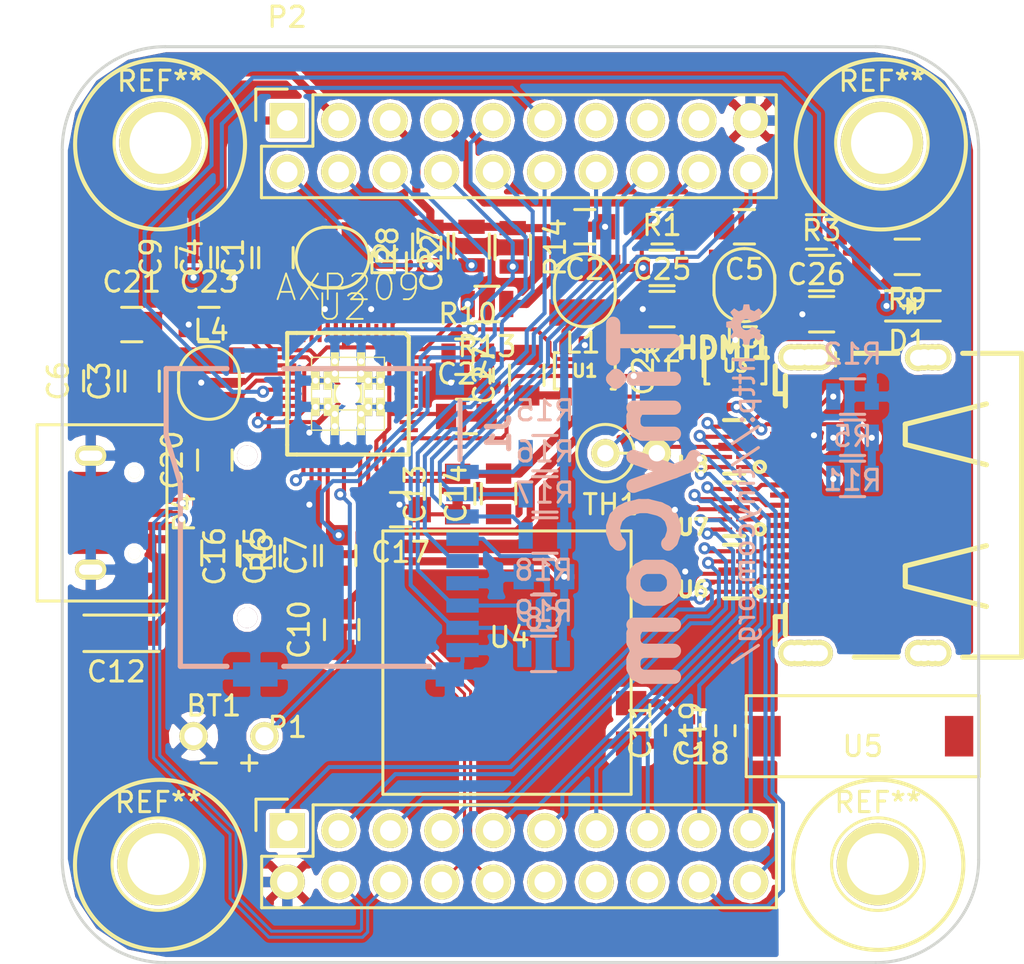
<source format=kicad_pcb>
(kicad_pcb (version 4) (host pcbnew 4.0.0-2.201511301920+6191~38~ubuntu14.04.1-stable)
  (layers (0 F.Cu signal) (31 B.Cu signal) (34 B.Paste user) (35 F.Paste user) (36 B.SilkS user) (37 F.SilkS user) (38 B.Mask user) (39 F.Mask user) (44 Edge.Cuts user))
  (net 0 "")
  (net 1 +5V)
  (net 2 GND)
  (net 3 VCC_15)
  (net 4 VCC_33)
  (net 5 "Net-(L1-Pad1)")
  (net 6 "Net-(L3-Pad1)")
  (net 7 SDC0_D1)
  (net 8 SDC0_D0)
  (net 9 SDC0_CLK)
  (net 10 SDC0_CMD)
  (net 11 SDC0_D3)
  (net 12 SDC0_D2)
  (net 13 UD1_P)
  (net 14 UD1_N)
  (net 15 "Net-(L2-Pad1)")
  (net 16 VCC_12_CPU)
  (net 17 "Net-(L4-Pad1)")
  (net 18 VCC_12_INT)
  (net 19 NMI_N)
  (net 20 TWI0_SCK)
  (net 21 TWI0_SDA)
  (net 22 VCC_30_ANL)
  (net 23 IPSOUT)
  (net 24 "Net-(R6-Pad1)")
  (net 25 UD0_P)
  (net 26 UD0_N)
  (net 27 "Net-(TH1-Pad1)")
  (net 28 "Net-(D1-Pad1)")
  (net 29 "Net-(D1-Pad2)")
  (net 30 "Net-(BT1-Pad1)")
  (net 31 "Net-(R10-Pad1)")
  (net 32 "Net-(C15-Pad2)")
  (net 33 "Net-(C16-Pad2)")
  (net 34 VCC_13_RTC)
  (net 35 UART1_TX)
  (net 36 UART1_RX)
  (net 37 HCEC)
  (net 38 HHPD)
  (net 39 HCSL)
  (net 40 HSDA)
  (net 41 "Net-(P2-Pad13)")
  (net 42 "Net-(U2-Pad3)")
  (net 43 "Net-(U2-Pad5)")
  (net 44 "Net-(U2-Pad11)")
  (net 45 "Net-(U2-Pad19)")
  (net 46 "Net-(U2-Pad29)")
  (net 47 "Net-(U2-Pad36)")
  (net 48 "Net-(U2-Pad38)")
  (net 49 "Net-(U2-Pad39)")
  (net 50 "Net-(U2-Pad41)")
  (net 51 "Net-(U2-Pad42)")
  (net 52 "Net-(U2-Pad43)")
  (net 53 "Net-(U2-Pad45)")
  (net 54 "Net-(HDMI1-Pad14)")
  (net 55 "Net-(HDMI1-PadSH1)")
  (net 56 "Net-(HDMI1-PadSH2)")
  (net 57 "Net-(HDMI1-PadSH3)")
  (net 58 "Net-(HDMI1-PadSH4)")
  (net 59 HTX2_P)
  (net 60 HTX2_N)
  (net 61 HTX1_P)
  (net 62 HTX1_N)
  (net 63 HTX0_P)
  (net 64 HTX0_N)
  (net 65 HTXC_P)
  (net 66 HTXC_N)
  (net 67 "Net-(P1-Pad12)")
  (net 68 "Net-(P1-Pad14)")
  (net 69 "Net-(P1-Pad16)")
  (net 70 "Net-(HDMI1-Pad1)")
  (net 71 "Net-(HDMI1-Pad4)")
  (net 72 "Net-(HDMI1-Pad5)")
  (net 73 "Net-(HDMI1-Pad6)")
  (net 74 "Net-(HDMI1-Pad7)")
  (net 75 "Net-(HDMI1-Pad8)")
  (net 76 "Net-(HDMI1-Pad10)")
  (net 77 "Net-(HDMI1-Pad11)")
  (net 78 "Net-(HDMI1-Pad13)")
  (net 79 "Net-(HDMI1-Pad16)")
  (net 80 "Net-(HDMI1-Pad17)")
  (net 81 "Net-(HDMI1-Pad19)")
  (net 82 "Net-(C11-Pad2)")
  (net 83 "Net-(C18-Pad1)")
  (net 84 "Net-(U5-Pad2)")
  (net 85 "Net-(C14-Pad1)")
  (net 86 "Net-(C25-Pad1)")
  (net 87 "Net-(C26-Pad1)")
  (net 88 RESET)
  (net 89 EXTEN)
  (net 90 "Net-(U2-Pad31)")
  (module tinycom:ax209 (layer F.Cu) (at 138.557 96.3803 180)
    (fp_text reference U2 (at 0.29972 4.2799 180) (layer F.SilkS) (effects (font (size 1.27 1.27) (thickness 0.0889))))
    (fp_text value AXP209 (at 0 5.25 180) (layer F.SilkS) (effects (font (size 1.27 1.27) (thickness 0.0889))))
    (pad 1 smd rect (at -2.19964 2.99974 180) (size 0.19812 0.89916) (layers F.Cu F.Paste F.Mask) (net 21 TWI0_SDA))
    (pad 2 smd rect (at -1.79832 2.99974 180) (size 0.19812 0.89916) (layers F.Cu F.Paste F.Mask) (net 20 TWI0_SCK))
    (pad 3 smd rect (at -1.39954 2.99974 180) (size 0.19812 0.89916) (layers F.Cu F.Paste F.Mask) (net 42 "Net-(U2-Pad3)"))
    (pad 4 smd rect (at -0.99822 2.99974 180) (size 0.19812 0.89916) (layers F.Cu F.Paste F.Mask) (net 2 GND))
    (pad 5 smd rect (at -0.59944 2.99974 180) (size 0.19812 0.89916) (layers F.Cu F.Paste F.Mask) (net 43 "Net-(U2-Pad5)"))
    (pad 6 smd rect (at -0.19812 2.99974 180) (size 0.19812 0.89916) (layers F.Cu F.Paste F.Mask) (net 2 GND))
    (pad 7 smd rect (at 0.19812 2.99974 180) (size 0.19812 0.89916) (layers F.Cu F.Paste F.Mask) (net 23 IPSOUT))
    (pad 8 smd rect (at 0.59944 2.99974 180) (size 0.19812 0.89916) (layers F.Cu F.Paste F.Mask) (net 15 "Net-(L2-Pad1)"))
    (pad 9 smd rect (at 0.99822 2.99974 180) (size 0.19812 0.89916) (layers F.Cu F.Paste F.Mask) (net 2 GND))
    (pad 10 smd rect (at 1.39954 2.99974 180) (size 0.19812 0.89916) (layers F.Cu F.Paste F.Mask) (net 16 VCC_12_CPU))
    (pad 11 smd rect (at 1.79832 2.99974 180) (size 0.19812 0.89916) (layers F.Cu F.Paste F.Mask) (net 44 "Net-(U2-Pad11)"))
    (pad 12 smd rect (at 2.19964 2.99974 180) (size 0.19812 0.89916) (layers F.Cu F.Paste F.Mask) (net 22 VCC_30_ANL))
    (pad 13 smd rect (at 2.99974 2.19964 270) (size 0.19812 0.89916) (layers F.Cu F.Paste F.Mask) (net 23 IPSOUT))
    (pad 14 smd rect (at 2.99974 1.79832 270) (size 0.19812 0.89916) (layers F.Cu F.Paste F.Mask) (net 23 IPSOUT))
    (pad 15 smd rect (at 2.99974 1.39954 270) (size 0.19812 0.89916) (layers F.Cu F.Paste F.Mask) (net 17 "Net-(L4-Pad1)"))
    (pad 16 smd rect (at 2.99974 0.99822 270) (size 0.19812 0.89916) (layers F.Cu F.Paste F.Mask) (net 2 GND))
    (pad 17 smd rect (at 2.99974 0.59944 270) (size 0.19812 0.89916) (layers F.Cu F.Paste F.Mask) (net 18 VCC_12_INT))
    (pad 18 smd rect (at 2.99974 0.19812 270) (size 0.19812 0.89916) (layers F.Cu F.Paste F.Mask) (net 29 "Net-(D1-Pad2)"))
    (pad 19 smd rect (at 2.99974 -0.19812 270) (size 0.19812 0.89916) (layers F.Cu F.Paste F.Mask) (net 45 "Net-(U2-Pad19)"))
    (pad 20 smd rect (at 2.99974 -0.59944 270) (size 0.19812 0.89916) (layers F.Cu F.Paste F.Mask) (net 89 EXTEN))
    (pad 21 smd rect (at 2.99974 -0.99822 270) (size 0.19812 0.89916) (layers F.Cu F.Paste F.Mask) (net 23 IPSOUT))
    (pad 22 smd rect (at 2.99974 -1.39954 270) (size 0.19812 0.89916) (layers F.Cu F.Paste F.Mask) (net 2 GND))
    (pad 23 smd rect (at 2.99974 -1.79832 270) (size 0.19812 0.89916) (layers F.Cu F.Paste F.Mask) (net 24 "Net-(R6-Pad1)"))
    (pad 24 smd rect (at 2.99974 -2.19964 270) (size 0.19812 0.89916) (layers F.Cu F.Paste F.Mask) (net 33 "Net-(C16-Pad2)"))
    (pad 25 smd rect (at 2.19964 -2.99974 180) (size 0.19812 0.89916) (layers F.Cu F.Paste F.Mask) (net 88 RESET))
    (pad 26 smd rect (at 1.79832 -2.99974 180) (size 0.19812 0.89916) (layers F.Cu F.Paste F.Mask) (net 32 "Net-(C15-Pad2)"))
    (pad 27 smd rect (at 1.39954 -2.99974 180) (size 0.19812 0.89916) (layers F.Cu F.Paste F.Mask) (net 2 GND))
    (pad 28 smd rect (at 0.99822 -2.99974 180) (size 0.19812 0.89916) (layers F.Cu F.Paste F.Mask) (net 34 VCC_13_RTC))
    (pad 29 smd rect (at 0.59944 -2.99974 180) (size 0.19812 0.89916) (layers F.Cu F.Paste F.Mask) (net 46 "Net-(U2-Pad29)"))
    (pad 30 smd rect (at 0.19812 -2.99974 180) (size 0.19812 0.89916) (layers F.Cu F.Paste F.Mask) (net 30 "Net-(BT1-Pad1)"))
    (pad 31 smd rect (at -0.19812 -2.99974 180) (size 0.19812 0.89916) (layers F.Cu F.Paste F.Mask) (net 90 "Net-(U2-Pad31)"))
    (pad 32 smd rect (at -0.59944 -2.99974 180) (size 0.19812 0.89916) (layers F.Cu F.Paste F.Mask) (net 1 +5V))
    (pad 33 smd rect (at -0.99822 -2.99974 180) (size 0.19812 0.89916) (layers F.Cu F.Paste F.Mask) (net 1 +5V))
    (pad 34 smd rect (at -1.39954 -2.99974 180) (size 0.19812 0.89916) (layers F.Cu F.Paste F.Mask) (net 23 IPSOUT))
    (pad 35 smd rect (at -1.79832 -2.99974 180) (size 0.19812 0.89916) (layers F.Cu F.Paste F.Mask) (net 23 IPSOUT))
    (pad 36 smd rect (at -2.19964 -2.99974 180) (size 0.19812 0.89916) (layers F.Cu F.Paste F.Mask) (net 47 "Net-(U2-Pad36)"))
    (pad 37 smd rect (at -2.99974 -2.19964 270) (size 0.19812 0.89916) (layers F.Cu F.Paste F.Mask) (net 27 "Net-(TH1-Pad1)"))
    (pad 38 smd rect (at -2.99974 -1.79832 270) (size 0.19812 0.89916) (layers F.Cu F.Paste F.Mask) (net 48 "Net-(U2-Pad38)"))
    (pad 39 smd rect (at -2.99974 -1.39954 270) (size 0.19812 0.89916) (layers F.Cu F.Paste F.Mask) (net 49 "Net-(U2-Pad39)"))
    (pad 40 smd rect (at -2.99974 -0.99822 270) (size 0.19812 0.89916) (layers F.Cu F.Paste F.Mask) (net 23 IPSOUT))
    (pad 41 smd rect (at -2.99974 -0.59944 270) (size 0.19812 0.89916) (layers F.Cu F.Paste F.Mask) (net 50 "Net-(U2-Pad41)"))
    (pad 42 smd rect (at -2.99974 -0.19812 270) (size 0.19812 0.89916) (layers F.Cu F.Paste F.Mask) (net 51 "Net-(U2-Pad42)"))
    (pad 43 smd rect (at -2.99974 0.19812 270) (size 0.19812 0.89916) (layers F.Cu F.Paste F.Mask) (net 52 "Net-(U2-Pad43)"))
    (pad 44 smd rect (at -2.99974 0.59944 270) (size 0.19812 0.89916) (layers F.Cu F.Paste F.Mask) (net 23 IPSOUT))
    (pad 45 smd rect (at -2.99974 0.99822 270) (size 0.19812 0.89916) (layers F.Cu F.Paste F.Mask) (net 53 "Net-(U2-Pad45)"))
    (pad 46 smd rect (at -2.99974 1.39954 270) (size 0.19812 0.89916) (layers F.Cu F.Paste F.Mask) (net 2 GND))
    (pad 47 smd rect (at -2.99974 1.79832 270) (size 0.19812 0.89916) (layers F.Cu F.Paste F.Mask) (net 31 "Net-(R10-Pad1)"))
    (pad 48 smd rect (at -2.99974 2.19964 270) (size 0.19812 0.89916) (layers F.Cu F.Paste F.Mask) (net 19 NMI_N))
    (pad N1 thru_hole rect (at 0 0 180) (size 1.4224 0.89916) (drill 1.19888) (layers *.Cu F.Paste F.SilkS F.Mask) (net 2 GND))
    (pad N1 thru_hole rect (at -1.59766 -0.6477 180) (size 0.39878 0.89916) (drill 0.29972) (layers *.Cu F.Paste F.SilkS F.Mask) (net 2 GND))
    (pad N1 thru_hole rect (at -0.99822 -0.6477 180) (size 0.39878 0.89916) (drill 0.29972) (layers *.Cu F.Paste F.SilkS F.Mask) (net 2 GND))
    (pad N1 thru_hole rect (at -1.59766 0.6477 180) (size 0.39878 0.89916) (drill 0.29972) (layers *.Cu F.Paste F.SilkS F.Mask) (net 2 GND))
    (pad N1 thru_hole rect (at -0.99822 0.6477 180) (size 0.39878 0.89916) (drill 0.29972) (layers *.Cu F.Paste F.SilkS F.Mask) (net 2 GND))
    (pad N1 thru_hole rect (at -0.6477 1.59766 180) (size 0.39878 0.89916) (drill 0.29972) (layers *.Cu F.Paste F.SilkS F.Mask) (net 2 GND))
    (pad N1 thru_hole rect (at -0.6477 0.99822 180) (size 0.39878 0.89916) (drill 0.29972) (layers *.Cu F.Paste F.SilkS F.Mask) (net 2 GND))
    (pad N1 thru_hole rect (at 0.6477 1.59766 180) (size 0.39878 0.89916) (drill 0.29972) (layers *.Cu F.Paste F.SilkS F.Mask) (net 2 GND))
    (pad N1 thru_hole rect (at 0.6477 0.99822 180) (size 0.39878 0.89916) (drill 0.29972) (layers *.Cu F.Paste F.SilkS F.Mask) (net 2 GND))
    (pad N1 thru_hole rect (at 1.59766 0.6477 180) (size 0.39878 0.89916) (drill 0.29972) (layers *.Cu F.Paste F.SilkS F.Mask) (net 2 GND))
    (pad N1 thru_hole rect (at 0.99822 0.6477 180) (size 0.39878 0.89916) (drill 0.29972) (layers *.Cu F.Paste F.SilkS F.Mask) (net 2 GND))
    (pad N1 thru_hole rect (at 1.59766 -0.6477 180) (size 0.39878 0.89916) (drill 0.29972) (layers *.Cu F.Paste F.SilkS F.Mask) (net 2 GND))
    (pad N1 thru_hole rect (at 0.99822 -0.6477 180) (size 0.39878 0.89916) (drill 0.29972) (layers *.Cu F.Paste F.SilkS F.Mask) (net 2 GND))
    (pad N1 thru_hole rect (at 0.6477 -1.59766 180) (size 0.39878 0.89916) (drill 0.29972) (layers *.Cu F.Paste F.SilkS F.Mask) (net 2 GND))
    (pad N1 thru_hole rect (at 0.6477 -0.99822 180) (size 0.39878 0.89916) (drill 0.29972) (layers *.Cu F.Paste F.SilkS F.Mask) (net 2 GND))
    (pad N1 thru_hole rect (at -0.6477 -1.59766 180) (size 0.39878 0.89916) (drill 0.29972) (layers *.Cu F.Paste F.SilkS F.Mask) (net 2 GND))
    (pad N1 thru_hole rect (at -0.6477 -0.99822 180) (size 0.39878 0.89916) (drill 0.29972) (layers *.Cu F.Paste F.SilkS F.Mask) (net 2 GND))
  )
  (module Capacitors_SMD:C_0805 (layer F.Cu) (at 134.077 104.402 90)
    (fp_text reference C16 (at 0 -2.1 90) (layer F.SilkS))
    (fp_text value 1uF)
    (pad 1 smd rect (at -1 0 90) (size 1 1.25) (layers F.Cu F.Paste F.Mask) (net 2 GND))
    (pad 2 smd rect (at 1 0 90) (size 1 1.25) (layers F.Cu F.Paste F.Mask) (net 33 "Net-(C16-Pad2)"))
  )
  (module tinycom:SDCARD (layer B.Cu) (at 136.83488 102.48646 180)
    (fp_text reference J1 (at -9.15416 4.1275 450) (layer B.SilkS) (effects (font (size 1.1 1.1) (thickness 0.254)) (justify mirror)))
    (fp_text value MICRO_SD_HINGE)
    (pad 1 smd rect (at -7.37362 2.2479 270) (size 0.6985 1.59766) (layers B.Cu B.Paste B.Mask) (net 12 SDC0_D2) (clearance 0.0508))
    (pad 2 smd rect (at -7.37362 1.14808 270) (size 0.6985 1.59766) (layers B.Cu B.Paste B.Mask) (net 11 SDC0_D3) (clearance 0.0508))
    (pad 3 smd rect (at -7.37362 0.04826 270) (size 0.6985 1.59766) (layers B.Cu B.Paste B.Mask) (net 10 SDC0_CMD) (clearance 0.0508))
    (pad 4 smd rect (at -7.37362 -1.04902 270) (size 0.6985 1.59766) (layers B.Cu B.Paste B.Mask) (net 4 VCC_33) (clearance 0.0508))
    (pad 5 smd rect (at -7.37362 -2.14884 270) (size 0.6985 1.59766) (layers B.Cu B.Paste B.Mask) (net 9 SDC0_CLK) (clearance 0.0508))
    (pad 6 smd rect (at -7.37362 -3.24866 270) (size 0.6985 1.59766) (layers B.Cu B.Paste B.Mask) (net 2 GND) (clearance 0.0508))
    (pad 7 smd rect (at -7.37362 -4.34848 270) (size 0.6985 1.59766) (layers B.Cu B.Paste B.Mask) (net 8 SDC0_D0) (clearance 0.0508))
    (pad 8 smd rect (at -7.37362 -5.4483 270) (size 0.6985 1.59766) (layers B.Cu B.Paste B.Mask) (net 7 SDC0_D1) (clearance 0.0508))
    (pad 9 smd rect (at -7.37362 -6.54812 270) (size 0.6985 1.59766) (layers B.Cu B.Paste B.Mask) (net 2 GND) (clearance 0.0508))
    (pad 10 smd rect (at -6.74878 -7.74954 270) (size 1.19888 1.39954) (layers B.Cu B.Paste B.Mask) (net 2 GND) (clearance 0.0508))
    (pad 11 smd rect (at -6.74878 6.84784 270) (size 1.59766 1.39954) (layers B.Cu B.Paste B.Mask) (net 2 GND) (clearance 0.0508))
    (pad 12 smd rect (at 2.84988 -7.74954 270) (size 1.19888 2.19964) (layers B.Cu B.Paste B.Mask) (net 2 GND) (clearance 0.0508))
    (pad 13 smd rect (at 2.84988 7.74954 270) (size 1.19888 2.19964) (layers B.Cu B.Paste B.Mask) (clearance 0.0508))
    (pad 14 thru_hole circle (at 3.2512 3.048 180) (size 1 1) (drill 1) (layers *.Cu *.Mask B.SilkS))
    (pad 15 thru_hole circle (at 3.2512 -4.953 180) (size 1 1) (drill 1) (layers *.Cu *.Mask B.SilkS))
  )
  (module tinycom:ml1220-bat (layer F.Cu) (at 132.687 113.284 180)
    (fp_text reference BT1 (at 0.75 1.5 180) (layer F.SilkS))
    (fp_text value Battery)
    (fp_text user - (at 1 -1.25 180) (layer F.SilkS))
    (fp_text user + (at -1 -1.25 180) (layer F.SilkS))
    (pad 1 thru_hole circle (at -1.75 0 180) (size 1.4 1.4) (drill 0.9) (layers *.Cu *.Mask F.SilkS) (net 30 "Net-(BT1-Pad1)"))
    (pad 2 thru_hole circle (at 1.75 0 180) (size 1.4 1.4) (drill 0.9) (layers *.Cu *.Mask F.SilkS) (net 2 GND))
  )
  (module Capacitors_SMD:C_0805 (layer B.Cu) (at 148.225 105.41)
    (fp_text reference C8 (at 0 2.1) (layer B.SilkS) (effects (justify mirror)))
    (fp_text value C_Small)
    (pad 1 smd rect (at -1 0) (size 1 1.25) (layers B.Cu B.Paste B.Mask) (net 2 GND))
    (pad 2 smd rect (at 1 0) (size 1 1.25) (layers B.Cu B.Paste B.Mask) (net 4 VCC_33))
  )
  (module opendous:SOT23-5_Opendous (layer F.Cu) (at 157.6705 94.996 180)
    (fp_text reference U3 (at 0 0 180) (layer F.SilkS) (effects (font (size 0.6096 0.6096) (thickness 0.1524))))
    (fp_text value SY8008BAAC hide)
    (pad 5 smd rect (at -0.9525 -1.27 180) (size 0.6096 0.889) (layers F.Cu F.Paste F.Mask) (net 87 "Net-(C26-Pad1)"))
    (pad 4 smd rect (at 0.9525 -1.27 180) (size 0.6096 0.889) (layers F.Cu F.Paste F.Mask) (net 23 IPSOUT))
    (pad 3 smd rect (at 0.9525 1.27 180) (size 0.6096 0.889) (layers F.Cu F.Paste F.Mask) (net 6 "Net-(L3-Pad1)"))
    (pad 2 smd rect (at 0 1.27 180) (size 0.6096 0.889) (layers F.Cu F.Paste F.Mask) (net 2 GND))
    (pad 1 smd rect (at -0.9525 1.27 180) (size 0.6096 0.889) (layers F.Cu F.Paste F.Mask) (net 23 IPSOUT))
  )
  (module opendous:SOT23-5_Opendous (layer F.Cu) (at 150.241 95.25 180)
    (fp_text reference U1 (at 0 0 180) (layer F.SilkS) (effects (font (size 0.6096 0.6096) (thickness 0.1524))))
    (fp_text value SY8008BAAC hide)
    (pad 5 smd rect (at -0.9525 -1.27 180) (size 0.6096 0.889) (layers F.Cu F.Paste F.Mask) (net 86 "Net-(C25-Pad1)"))
    (pad 4 smd rect (at 0.9525 -1.27 180) (size 0.6096 0.889) (layers F.Cu F.Paste F.Mask) (net 23 IPSOUT))
    (pad 3 smd rect (at 0.9525 1.27 180) (size 0.6096 0.889) (layers F.Cu F.Paste F.Mask) (net 5 "Net-(L1-Pad1)"))
    (pad 2 smd rect (at 0 1.27 180) (size 0.6096 0.889) (layers F.Cu F.Paste F.Mask) (net 2 GND))
    (pad 1 smd rect (at -0.9525 1.27 180) (size 0.6096 0.889) (layers F.Cu F.Paste F.Mask) (net 89 EXTEN))
  )
  (module Resistors_SMD:R_0805 (layer F.Cu) (at 154.051 90.17)
    (fp_text reference R1 (at 0 -2.1) (layer F.SilkS))
    (fp_text value R_Small)
    (pad 1 smd rect (at -0.95 0) (size 0.7 1.3) (layers F.Cu F.Paste F.Mask) (net 4 VCC_33))
    (pad 2 smd rect (at 0.95 0) (size 0.7 1.3) (layers F.Cu F.Paste F.Mask) (net 86 "Net-(C25-Pad1)"))
  )
  (module Resistors_SMD:R_0805 (layer F.Cu) (at 154.051 92.202 180)
    (fp_text reference R2 (at 0 -2.1 180) (layer F.SilkS))
    (fp_text value R_Small)
    (pad 1 smd rect (at -0.95 0 180) (size 0.7 1.3) (layers F.Cu F.Paste F.Mask) (net 86 "Net-(C25-Pad1)"))
    (pad 2 smd rect (at 0.95 0 180) (size 0.7 1.3) (layers F.Cu F.Paste F.Mask) (net 2 GND))
  )
  (module Resistors_SMD:R_0805 (layer F.Cu) (at 161.925 90.424)
    (fp_text reference R3 (at 0 -2.1) (layer F.SilkS))
    (fp_text value R_Small)
    (pad 1 smd rect (at -0.95 0) (size 0.7 1.3) (layers F.Cu F.Paste F.Mask) (net 3 VCC_15))
    (pad 2 smd rect (at 0.95 0) (size 0.7 1.3) (layers F.Cu F.Paste F.Mask) (net 87 "Net-(C26-Pad1)"))
  )
  (module Resistors_SMD:R_0805 (layer F.Cu) (at 161.925 92.456 180)
    (fp_text reference R4 (at 0 -2.1 180) (layer F.SilkS))
    (fp_text value R_Small)
    (pad 1 smd rect (at -0.95 0 180) (size 0.7 1.3) (layers F.Cu F.Paste F.Mask) (net 87 "Net-(C26-Pad1)"))
    (pad 2 smd rect (at 0.95 0 180) (size 0.7 1.3) (layers F.Cu F.Paste F.Mask) (net 2 GND))
  )
  (module cd32:CD32 (layer F.Cu) (at 150.241 91.27 180)
    (fp_text reference L1 (at 0.1 -2.6 180) (layer F.SilkS))
    (fp_text value "SMD-INDUCTOR-2.2UH-20%-1.2A(0805)" hide)
    (pad 1 smd rect (at 0 -1.1 180) (size 3.5 1.3) (layers F.Cu F.Paste F.Mask) (net 5 "Net-(L1-Pad1)"))
    (pad 2 smd rect (at 0 1.1 180) (size 3.5 1.3) (layers F.Cu F.Paste F.Mask) (net 4 VCC_33))
  )
  (module cd32:CD32 (layer F.Cu) (at 158.115 91.016 180)
    (fp_text reference L3 (at 0.1 -2.6 180) (layer F.SilkS))
    (fp_text value "SMD-INDUCTOR-2.2UH-20%-1.2A(0805)" hide)
    (pad 1 smd rect (at 0 -1.1 180) (size 3.5 1.3) (layers F.Cu F.Paste F.Mask) (net 6 "Net-(L3-Pad1)"))
    (pad 2 smd rect (at 0 1.1 180) (size 3.5 1.3) (layers F.Cu F.Paste F.Mask) (net 3 VCC_15))
  )
  (module tinycom:tc-USB_Micro-B (layer F.Cu) (at 127.037 102.262 270)
    (fp_text reference P4 (at 0 -3.45 270) (layer F.SilkS))
    (fp_text value USB_OTG)
    (pad 1 smd rect (at -1.3009 -1.81254) (size 2.1 0.4) (layers F.Cu F.Paste F.Mask) (net 1 +5V))
    (pad 2 smd rect (at -0.6509 -1.81254) (size 2.1 0.4) (layers F.Cu F.Paste F.Mask) (net 26 UD0_N))
    (pad 3 smd rect (at -0.0009 -1.81254) (size 2.1 0.4) (layers F.Cu F.Paste F.Mask) (net 25 UD0_P))
    (pad 4 smd rect (at 0.6491 -1.81254) (size 2.1 0.4) (layers F.Cu F.Paste F.Mask) (net 2 GND))
    (pad 5 smd rect (at 1.2991 -1.81254) (size 2.1 0.4) (layers F.Cu F.Paste F.Mask) (net 2 GND))
    (pad 6 thru_hole oval (at -2.825 1.175) (size 1.55 1) (drill oval 1.15 0.5) (layers *.Cu *.Mask F.SilkS) (net 2 GND))
    (pad 6 thru_hole oval (at 2.8 1.175) (size 1.55 1) (drill oval 1.15 0.5) (layers *.Cu *.Mask F.SilkS) (net 2 GND))
    (pad "" np_thru_hole circle (at -2 -0.975 270) (size 0.6 0.6) (drill 0.6) (layers *.Cu *.Mask F.SilkS))
    (pad "" np_thru_hole circle (at 2 -0.975 270) (size 0.6 0.6) (drill 0.6) (layers *.Cu *.Mask F.SilkS))
    (pad 6 smd rect (at -1.075 1.175) (size 1.9 1.9) (layers F.Cu F.Paste F.Mask) (net 2 GND))
    (pad 6 smd rect (at 1.075 1.175) (size 1.9 1.9) (layers F.Cu F.Paste F.Mask) (net 2 GND))
    (pad 6 smd rect (at -3.2 -0.9) (size 1 1) (layers F.Cu F.Paste F.Mask) (net 2 GND))
    (pad 6 smd rect (at 3.2 -0.9) (size 1 1) (layers F.Cu F.Paste F.Mask) (net 2 GND))
  )
  (module Socket_Strips:Socket_Strip_Straight_2x10 (layer F.Cu) (at 135.567 117.942)
    (fp_text reference P1 (at 0 -5.1) (layer F.SilkS))
    (fp_text value CONN_02X10)
    (pad 1 thru_hole rect (at 0 0) (size 1.7272 1.7272) (drill 1.016) (layers *.Cu *.Mask F.SilkS) (net 59 HTX2_P))
    (pad 2 thru_hole oval (at 0 2.54) (size 1.7272 1.7272) (drill 1.016) (layers *.Cu *.Mask F.SilkS) (net 2 GND))
    (pad 3 thru_hole oval (at 2.54 0) (size 1.7272 1.7272) (drill 1.016) (layers *.Cu *.Mask F.SilkS) (net 60 HTX2_N))
    (pad 4 thru_hole oval (at 2.54 2.54) (size 1.7272 1.7272) (drill 1.016) (layers *.Cu *.Mask F.SilkS) (net 25 UD0_P))
    (pad 5 thru_hole oval (at 5.08 0) (size 1.7272 1.7272) (drill 1.016) (layers *.Cu *.Mask F.SilkS) (net 61 HTX1_P))
    (pad 6 thru_hole oval (at 5.08 2.54) (size 1.7272 1.7272) (drill 1.016) (layers *.Cu *.Mask F.SilkS) (net 26 UD0_N))
    (pad 7 thru_hole oval (at 7.62 0) (size 1.7272 1.7272) (drill 1.016) (layers *.Cu *.Mask F.SilkS) (net 62 HTX1_N))
    (pad 8 thru_hole oval (at 7.62 2.54) (size 1.7272 1.7272) (drill 1.016) (layers *.Cu *.Mask F.SilkS) (net 13 UD1_P))
    (pad 9 thru_hole oval (at 10.16 0) (size 1.7272 1.7272) (drill 1.016) (layers *.Cu *.Mask F.SilkS) (net 63 HTX0_P))
    (pad 10 thru_hole oval (at 10.16 2.54) (size 1.7272 1.7272) (drill 1.016) (layers *.Cu *.Mask F.SilkS) (net 14 UD1_N))
    (pad 11 thru_hole oval (at 12.7 0) (size 1.7272 1.7272) (drill 1.016) (layers *.Cu *.Mask F.SilkS) (net 64 HTX0_N))
    (pad 12 thru_hole oval (at 12.7 2.54) (size 1.7272 1.7272) (drill 1.016) (layers *.Cu *.Mask F.SilkS) (net 67 "Net-(P1-Pad12)"))
    (pad 13 thru_hole oval (at 15.24 0) (size 1.7272 1.7272) (drill 1.016) (layers *.Cu *.Mask F.SilkS) (net 65 HTXC_P))
    (pad 14 thru_hole oval (at 15.24 2.54) (size 1.7272 1.7272) (drill 1.016) (layers *.Cu *.Mask F.SilkS) (net 68 "Net-(P1-Pad14)"))
    (pad 15 thru_hole oval (at 17.78 0) (size 1.7272 1.7272) (drill 1.016) (layers *.Cu *.Mask F.SilkS) (net 66 HTXC_N))
    (pad 16 thru_hole oval (at 17.78 2.54) (size 1.7272 1.7272) (drill 1.016) (layers *.Cu *.Mask F.SilkS) (net 69 "Net-(P1-Pad16)"))
    (pad 17 thru_hole oval (at 20.32 0) (size 1.7272 1.7272) (drill 1.016) (layers *.Cu *.Mask F.SilkS) (net 37 HCEC))
    (pad 18 thru_hole oval (at 20.32 2.54) (size 1.7272 1.7272) (drill 1.016) (layers *.Cu *.Mask F.SilkS) (net 38 HHPD))
    (pad 19 thru_hole oval (at 22.86 0) (size 1.7272 1.7272) (drill 1.016) (layers *.Cu *.Mask F.SilkS) (net 39 HCSL))
    (pad 20 thru_hole oval (at 22.86 2.54) (size 1.7272 1.7272) (drill 1.016) (layers *.Cu *.Mask F.SilkS) (net 40 HSDA))
  )
  (module Socket_Strips:Socket_Strip_Straight_2x10 (layer F.Cu) (at 135.557 82.892)
    (fp_text reference P2 (at 0 -5.1) (layer F.SilkS))
    (fp_text value CONN_02X10)
    (pad 1 thru_hole rect (at 0 0) (size 1.7272 1.7272) (drill 1.016) (layers *.Cu *.Mask F.SilkS) (net 16 VCC_12_CPU))
    (pad 2 thru_hole oval (at 0 2.54) (size 1.7272 1.7272) (drill 1.016) (layers *.Cu *.Mask F.SilkS) (net 20 TWI0_SCK))
    (pad 3 thru_hole oval (at 2.54 0) (size 1.7272 1.7272) (drill 1.016) (layers *.Cu *.Mask F.SilkS) (net 18 VCC_12_INT))
    (pad 4 thru_hole oval (at 2.54 2.54) (size 1.7272 1.7272) (drill 1.016) (layers *.Cu *.Mask F.SilkS) (net 21 TWI0_SDA))
    (pad 5 thru_hole oval (at 5.08 0) (size 1.7272 1.7272) (drill 1.016) (layers *.Cu *.Mask F.SilkS) (net 4 VCC_33))
    (pad 6 thru_hole oval (at 5.08 2.54) (size 1.7272 1.7272) (drill 1.016) (layers *.Cu *.Mask F.SilkS) (net 19 NMI_N))
    (pad 7 thru_hole oval (at 7.62 0) (size 1.7272 1.7272) (drill 1.016) (layers *.Cu *.Mask F.SilkS) (net 3 VCC_15))
    (pad 8 thru_hole oval (at 7.62 2.54) (size 1.7272 1.7272) (drill 1.016) (layers *.Cu *.Mask F.SilkS) (net 88 RESET))
    (pad 9 thru_hole oval (at 10.16 0) (size 1.7272 1.7272) (drill 1.016) (layers *.Cu *.Mask F.SilkS) (net 34 VCC_13_RTC))
    (pad 10 thru_hole oval (at 10.16 2.54) (size 1.7272 1.7272) (drill 1.016) (layers *.Cu *.Mask F.SilkS) (net 7 SDC0_D1))
    (pad 11 thru_hole oval (at 12.7 0) (size 1.7272 1.7272) (drill 1.016) (layers *.Cu *.Mask F.SilkS) (net 22 VCC_30_ANL))
    (pad 12 thru_hole oval (at 12.7 2.54) (size 1.7272 1.7272) (drill 1.016) (layers *.Cu *.Mask F.SilkS) (net 8 SDC0_D0))
    (pad 13 thru_hole oval (at 15.24 0) (size 1.7272 1.7272) (drill 1.016) (layers *.Cu *.Mask F.SilkS) (net 41 "Net-(P2-Pad13)"))
    (pad 14 thru_hole oval (at 15.24 2.54) (size 1.7272 1.7272) (drill 1.016) (layers *.Cu *.Mask F.SilkS) (net 9 SDC0_CLK))
    (pad 15 thru_hole oval (at 17.78 0) (size 1.7272 1.7272) (drill 1.016) (layers *.Cu *.Mask F.SilkS) (net 36 UART1_RX))
    (pad 16 thru_hole oval (at 17.78 2.54) (size 1.7272 1.7272) (drill 1.016) (layers *.Cu *.Mask F.SilkS) (net 10 SDC0_CMD))
    (pad 17 thru_hole oval (at 20.32 0) (size 1.7272 1.7272) (drill 1.016) (layers *.Cu *.Mask F.SilkS) (net 35 UART1_TX))
    (pad 18 thru_hole oval (at 20.32 2.54) (size 1.7272 1.7272) (drill 1.016) (layers *.Cu *.Mask F.SilkS) (net 11 SDC0_D3))
    (pad 19 thru_hole oval (at 22.86 0) (size 1.7272 1.7272) (drill 1.016) (layers *.Cu *.Mask F.SilkS) (net 2 GND))
    (pad 20 thru_hole oval (at 22.86 2.54) (size 1.7272 1.7272) (drill 1.016) (layers *.Cu *.Mask F.SilkS) (net 12 SDC0_D2))
  )
  (module tinycom:RTL8188 (layer F.Cu) (at 146.277 109.402 180)
    (fp_text reference U4 (at -0.25 1 180) (layer F.SilkS))
    (fp_text value RTL8188)
    (pad 1 smd rect (at 6 -3.75 180) (size 1.5 1.2) (layers F.Cu F.Paste F.Mask) (net 2 GND))
    (pad 2 smd rect (at 6 -1.25 180) (size 1.5 1.2) (layers F.Cu F.Paste F.Mask) (net 13 UD1_P))
    (pad 3 smd rect (at 6 2.25 180) (size 1.5 1.2) (layers F.Cu F.Paste F.Mask) (net 14 UD1_N))
    (pad 4 smd rect (at 6 4.75 180) (size 1.5 1.2) (layers F.Cu F.Paste F.Mask) (net 4 VCC_33))
    (pad 5 smd rect (at -6.25 -4.25 180) (size 1.5 1.2) (layers F.Cu F.Paste F.Mask) (net 2 GND))
    (pad 6 smd rect (at -6.25 -2.25 180) (size 1.5 1.2) (layers F.Cu F.Paste F.Mask) (net 82 "Net-(C11-Pad2)"))
  )
  (module cd32:CD32 (layer F.Cu) (at 137.795 89.662 270)
    (fp_text reference L2 (at 0.1 -2.6 270) (layer F.SilkS))
    (fp_text value "SMD-INDUCTOR-2.2UH-20%-1.2A(0805)" hide)
    (pad 1 smd rect (at 0 -1.1 270) (size 3.5 1.3) (layers F.Cu F.Paste F.Mask) (net 15 "Net-(L2-Pad1)"))
    (pad 2 smd rect (at 0 1.1 270) (size 3.5 1.3) (layers F.Cu F.Paste F.Mask) (net 16 VCC_12_CPU))
  )
  (module cd32:CD32 (layer F.Cu) (at 131.699 95.842)
    (fp_text reference L4 (at 0.1 -2.6) (layer F.SilkS))
    (fp_text value "SMD-INDUCTOR-2.2UH-20%-1.2A(0805)" hide)
    (pad 1 smd rect (at 0 -1.1) (size 3.5 1.3) (layers F.Cu F.Paste F.Mask) (net 17 "Net-(L4-Pad1)"))
    (pad 2 smd rect (at 0 1.1) (size 3.5 1.3) (layers F.Cu F.Paste F.Mask) (net 18 VCC_12_INT))
  )
  (module Capacitors_SMD:C_0805 (layer F.Cu) (at 132.969 89.662 90)
    (fp_text reference C4 (at 0 -2.1 90) (layer F.SilkS))
    (fp_text value C_Small)
    (pad 1 smd rect (at -1 0 90) (size 1 1.25) (layers F.Cu F.Paste F.Mask) (net 2 GND))
    (pad 2 smd rect (at 1 0 90) (size 1 1.25) (layers F.Cu F.Paste F.Mask) (net 16 VCC_12_CPU))
  )
  (module Capacitors_SMD:C_0805 (layer F.Cu) (at 126.365 95.742 90)
    (fp_text reference C6 (at 0 -2.1 90) (layer F.SilkS))
    (fp_text value C_Small)
    (pad 1 smd rect (at -1 0 90) (size 1 1.25) (layers F.Cu F.Paste F.Mask) (net 2 GND))
    (pad 2 smd rect (at 1 0 90) (size 1 1.25) (layers F.Cu F.Paste F.Mask) (net 18 VCC_12_INT))
  )
  (module Capacitors_SMD:C_0805 (layer F.Cu) (at 138.097 104.362 90)
    (fp_text reference C7 (at 0 -2.1 90) (layer F.SilkS))
    (fp_text value C_Small)
    (pad 1 smd rect (at -1 0 90) (size 1 1.25) (layers F.Cu F.Paste F.Mask) (net 2 GND))
    (pad 2 smd rect (at 1 0 90) (size 1 1.25) (layers F.Cu F.Paste F.Mask) (net 34 VCC_13_RTC))
  )
  (module Capacitors_SMD:C_0805 (layer F.Cu) (at 130.937 89.646 90)
    (fp_text reference C9 (at 0 -2.1 90) (layer F.SilkS))
    (fp_text value C_Small)
    (pad 1 smd rect (at -1 0 90) (size 1 1.25) (layers F.Cu F.Paste F.Mask) (net 22 VCC_30_ANL))
    (pad 2 smd rect (at 1 0 90) (size 1 1.25) (layers F.Cu F.Paste F.Mask) (net 2 GND))
  )
  (module Capacitors_SMD:C_0805 (layer F.Cu) (at 138.247 108.022 90)
    (fp_text reference C10 (at 0 -2.1 90) (layer F.SilkS))
    (fp_text value C_Small)
    (pad 1 smd rect (at -1 0 90) (size 1 1.25) (layers F.Cu F.Paste F.Mask) (net 2 GND))
    (pad 2 smd rect (at 1 0 90) (size 1 1.25) (layers F.Cu F.Paste F.Mask) (net 4 VCC_33))
  )
  (module Resistors_SMD:R_0805 (layer F.Cu) (at 132.217 104.242 270)
    (fp_text reference R6 (at 0 -2.1 270) (layer F.SilkS))
    (fp_text value 200K)
    (pad 1 smd rect (at -0.95 0 270) (size 0.7 1.3) (layers F.Cu F.Paste F.Mask) (net 24 "Net-(R6-Pad1)"))
    (pad 2 smd rect (at 0.95 0 270) (size 0.7 1.3) (layers F.Cu F.Paste F.Mask) (net 2 GND))
  )
  (module Connect:1pin (layer F.Cu) (at 164.9 84)
    (fp_text reference REF** (at 0 -3.048) (layer F.SilkS))
    (fp_text value 1pin)
    (pad 1 thru_hole circle (at 0 0) (size 4.064 4.064) (drill 3.048) (layers *.Cu *.Mask F.SilkS))
  )
  (module Connect:1pin (layer F.Cu) (at 129.3 84)
    (fp_text reference REF** (at 0 -3.048) (layer F.SilkS))
    (fp_text value 1pin)
    (pad 2 thru_hole circle (at 0 0) (size 4.064 4.064) (drill 3.048) (layers *.Cu *.Mask F.SilkS))
  )
  (module Connect:1pin (layer F.Cu) (at 129.2 119.6)
    (fp_text reference REF** (at 0 -3.048) (layer F.SilkS))
    (fp_text value 1pin)
    (pad 3 thru_hole circle (at 0 0) (size 4.064 4.064) (drill 3.048) (layers *.Cu *.Mask F.SilkS))
  )
  (module Connect:1pin (layer F.Cu) (at 164.7 119.6)
    (fp_text reference REF** (at 0 -3.048) (layer F.SilkS))
    (fp_text value 1pin)
    (pad 4 thru_hole circle (at 0 0) (size 4.064 4.064) (drill 3.048) (layers *.Cu *.Mask F.SilkS))
  )
  (module Resistors_SMD:R_0805 (layer F.Cu) (at 144.653 89.088 90)
    (fp_text reference R7 (at 0 -2.1 90) (layer F.SilkS))
    (fp_text value 2.2K)
    (pad 1 smd rect (at -0.95 0 90) (size 0.7 1.3) (layers F.Cu F.Paste F.Mask) (net 21 TWI0_SDA))
    (pad 2 smd rect (at 0.95 0 90) (size 0.7 1.3) (layers F.Cu F.Paste F.Mask) (net 4 VCC_33))
  )
  (module Resistors_SMD:R_0805 (layer F.Cu) (at 142.621 89.088 90)
    (fp_text reference R8 (at 0 -2.1 90) (layer F.SilkS))
    (fp_text value 2.2K)
    (pad 1 smd rect (at -0.95 0 90) (size 0.7 1.3) (layers F.Cu F.Paste F.Mask) (net 20 TWI0_SCK))
    (pad 2 smd rect (at 0.95 0 90) (size 0.7 1.3) (layers F.Cu F.Paste F.Mask) (net 4 VCC_33))
  )
  (module Capacitors_SMD:C_0805 (layer F.Cu) (at 143.967 101.332 90)
    (fp_text reference C13 (at 0 -2.1 90) (layer F.SilkS))
    (fp_text value 10uF)
    (pad 1 smd rect (at -1 0 90) (size 1 1.25) (layers F.Cu F.Paste F.Mask) (net 2 GND))
    (pad 2 smd rect (at 1 0 90) (size 1 1.25) (layers F.Cu F.Paste F.Mask) (net 23 IPSOUT))
  )
  (module Capacitors_SMD:C_0805 (layer F.Cu) (at 145.987 101.322 90)
    (fp_text reference C14 (at 0 -2.1 90) (layer F.SilkS))
    (fp_text value 0.22uF)
    (pad 1 smd rect (at -1 0 90) (size 1 1.25) (layers F.Cu F.Paste F.Mask) (net 85 "Net-(C14-Pad1)"))
    (pad 2 smd rect (at 1 0 90) (size 1 1.25) (layers F.Cu F.Paste F.Mask) (net 23 IPSOUT))
  )
  (module tinycom:oshw_logo_2mm (layer B.Cu) (at 158.115 92.964 270)
    (fp_text reference G*** hide)
    (fp_text value LOGO hide)
  )
  (module Discret:R1 (layer F.Cu) (at 152.527 99.314)
    (fp_text reference TH1 (at -1.016 2.54) (layer F.SilkS))
    (fp_text value THERMISTOR)
    (pad 1 thru_hole circle (at -1.27 0) (size 1.397 1.397) (drill 0.8128) (layers *.Cu *.Mask F.SilkS) (net 27 "Net-(TH1-Pad1)"))
    (pad 2 thru_hole circle (at 1.27 0) (size 1.397 1.397) (drill 0.8128) (layers *.Cu *.Mask F.SilkS) (net 2 GND))
  )
  (module Resistors_SMD:R_0805 (layer F.Cu) (at 166.147 89.622 180)
    (fp_text reference R9 (at 0 -2.1 180) (layer F.SilkS))
    (fp_text value 300)
    (pad 1 smd rect (at -0.95 0 180) (size 0.7 1.3) (layers F.Cu F.Paste F.Mask) (net 28 "Net-(D1-Pad1)"))
    (pad 2 smd rect (at 0.95 0 180) (size 0.7 1.3) (layers F.Cu F.Paste F.Mask) (net 2 GND))
  )
  (module LEDs:LED-0805 (layer F.Cu) (at 166.177 92.042 180)
    (fp_text reference D1 (at 0 -1.75 180) (layer F.SilkS))
    (fp_text value Led_Small)
    (pad 2 smd rect (at 1.04902 0) (size 1.19888 1.19888) (layers F.Cu F.Paste F.Mask) (net 29 "Net-(D1-Pad2)"))
    (pad 1 smd rect (at -1.04902 0) (size 1.19888 1.19888) (layers F.Cu F.Paste F.Mask) (net 28 "Net-(D1-Pad1)"))
  )
  (module Resistors_SMD:R_0805 (layer F.Cu) (at 144.467 94.552)
    (fp_text reference R10 (at 0 -2.1) (layer F.SilkS))
    (fp_text value 200K)
    (pad 1 smd rect (at -0.95 0) (size 0.7 1.3) (layers F.Cu F.Paste F.Mask) (net 31 "Net-(R10-Pad1)"))
    (pad 2 smd rect (at 0.95 0) (size 0.7 1.3) (layers F.Cu F.Paste F.Mask) (net 2 GND))
  )
  (module Capacitors_SMD:C_0805 (layer F.Cu) (at 136.067 104.382 90)
    (fp_text reference C15 (at 0 -2.1 90) (layer F.SilkS))
    (fp_text value 1uF)
    (pad 1 smd rect (at -1 0 90) (size 1 1.25) (layers F.Cu F.Paste F.Mask) (net 2 GND))
    (pad 2 smd rect (at 1 0 90) (size 1 1.25) (layers F.Cu F.Paste F.Mask) (net 32 "Net-(C15-Pad2)"))
  )
  (module Capacitors_SMD:C_0805 (layer F.Cu) (at 141.147 102.102 180)
    (fp_text reference C17 (at 0 -2.1 180) (layer F.SilkS))
    (fp_text value 10uF)
    (pad 1 smd rect (at -1 0 180) (size 1 1.25) (layers F.Cu F.Paste F.Mask) (net 2 GND))
    (pad 2 smd rect (at 1 0 180) (size 1 1.25) (layers F.Cu F.Paste F.Mask) (net 1 +5V))
  )
  (module Capacitors_SMD:C_0805 (layer F.Cu) (at 135.001 89.662 90)
    (fp_text reference C1 (at 0 -2.1 90) (layer F.SilkS))
    (fp_text value C_Small)
    (pad 1 smd rect (at -1 0 90) (size 1 1.25) (layers F.Cu F.Paste F.Mask) (net 2 GND))
    (pad 2 smd rect (at 1 0 90) (size 1 1.25) (layers F.Cu F.Paste F.Mask) (net 16 VCC_12_CPU))
  )
  (module Capacitors_SMD:C_0805 (layer F.Cu) (at 128.397 95.758 90)
    (fp_text reference C3 (at 0 -2.1 90) (layer F.SilkS))
    (fp_text value C_Small)
    (pad 1 smd rect (at -1 0 90) (size 1 1.25) (layers F.Cu F.Paste F.Mask) (net 2 GND))
    (pad 2 smd rect (at 1 0 90) (size 1 1.25) (layers F.Cu F.Paste F.Mask) (net 18 VCC_12_INT))
  )
  (module Capacitors_SMD:C_0805 (layer F.Cu) (at 150.241 88.138 180)
    (fp_text reference C2 (at 0 -2.1 180) (layer F.SilkS))
    (fp_text value C_Small)
    (pad 1 smd rect (at -1 0 180) (size 1 1.25) (layers F.Cu F.Paste F.Mask) (net 2 GND))
    (pad 2 smd rect (at 1 0 180) (size 1 1.25) (layers F.Cu F.Paste F.Mask) (net 4 VCC_33))
  )
  (module Capacitors_SMD:C_0805 (layer F.Cu) (at 158.115 88.138 180)
    (fp_text reference C5 (at 0 -2.1 180) (layer F.SilkS))
    (fp_text value C_Small)
    (pad 1 smd rect (at -1 0 180) (size 1 1.25) (layers F.Cu F.Paste F.Mask) (net 2 GND))
    (pad 2 smd rect (at 1 0 180) (size 1 1.25) (layers F.Cu F.Paste F.Mask) (net 3 VCC_15))
  )
  (module Capacitors_Tantalum_SMD:TantalC_SizeA_EIA-3216_Reflow (layer F.Cu) (at 127.127 108.204 180)
    (fp_text reference C12 (at 0 -1.9 180) (layer F.SilkS))
    (fp_text value CP_Small)
    (pad 2 smd rect (at 1.31 0 180) (size 1.8 1.23) (layers F.Cu F.Paste F.Mask) (net 2 GND))
    (pad 1 smd rect (at -1.31 0 180) (size 1.8 1.23) (layers F.Cu F.Paste F.Mask) (net 1 +5V))
  )
  (module tinycom:HDMI-SWM-19 (layer F.Cu) (at 165.735 101.882 270)
    (fp_text reference HDMI1 (at -7.747 8.636 360) (layer F.SilkS) (effects (font (size 1.016 1.016) (thickness 0.254))))
    (fp_text value HDMI-SWM-19)
    (pad 1 smd rect (at -4.5 5.55) (size 1.6 0.25) (layers F.Cu F.Paste F.Mask) (net 70 "Net-(HDMI1-Pad1)"))
    (pad 2 smd rect (at -4 5.55) (size 1.6 0.25) (layers F.Cu F.Paste F.Mask) (net 1 +5V))
    (pad 3 smd rect (at -3.5 5.55) (size 1.6 0.25) (layers F.Cu F.Paste F.Mask) (net 2 GND))
    (pad 4 smd rect (at -3 5.55) (size 1.6 0.25) (layers F.Cu F.Paste F.Mask) (net 71 "Net-(HDMI1-Pad4)"))
    (pad 5 smd rect (at -2.5 5.55) (size 1.6 0.25) (layers F.Cu F.Paste F.Mask) (net 72 "Net-(HDMI1-Pad5)"))
    (pad 6 smd rect (at -2 5.55) (size 1.6 0.25) (layers F.Cu F.Paste F.Mask) (net 73 "Net-(HDMI1-Pad6)"))
    (pad 7 smd rect (at -1.5 5.55) (size 1.6 0.25) (layers F.Cu F.Paste F.Mask) (net 74 "Net-(HDMI1-Pad7)"))
    (pad 8 smd rect (at -1 5.55) (size 1.6 0.25) (layers F.Cu F.Paste F.Mask) (net 75 "Net-(HDMI1-Pad8)"))
    (pad 9 smd rect (at -0.5 5.55) (size 1.6 0.25) (layers F.Cu F.Paste F.Mask) (net 2 GND))
    (pad 10 smd rect (at 0 5.55) (size 1.6 0.25) (layers F.Cu F.Paste F.Mask) (net 76 "Net-(HDMI1-Pad10)"))
    (pad 11 smd rect (at 0.5 5.55) (size 1.6 0.25) (layers F.Cu F.Paste F.Mask) (net 77 "Net-(HDMI1-Pad11)"))
    (pad 12 smd rect (at 1 5.55) (size 1.6 0.25) (layers F.Cu F.Paste F.Mask) (net 2 GND))
    (pad 13 smd rect (at 1.5 5.55) (size 1.6 0.25) (layers F.Cu F.Paste F.Mask) (net 78 "Net-(HDMI1-Pad13)"))
    (pad 14 smd rect (at 2 5.55) (size 1.6 0.25) (layers F.Cu F.Paste F.Mask) (net 54 "Net-(HDMI1-Pad14)"))
    (pad 15 smd rect (at 2.5 5.55) (size 1.6 0.25) (layers F.Cu F.Paste F.Mask) (net 2 GND))
    (pad 16 smd rect (at 3 5.55) (size 1.6 0.25) (layers F.Cu F.Paste F.Mask) (net 79 "Net-(HDMI1-Pad16)"))
    (pad 17 smd rect (at 3.5 5.55) (size 1.6 0.25) (layers F.Cu F.Paste F.Mask) (net 80 "Net-(HDMI1-Pad17)"))
    (pad 18 smd rect (at 4 5.55) (size 1.6 0.25) (layers F.Cu F.Paste F.Mask) (net 2 GND))
    (pad 19 smd rect (at 4.5 5.55) (size 1.6 0.25) (layers F.Cu F.Paste F.Mask) (net 81 "Net-(HDMI1-Pad19)"))
    (pad SH1 thru_hole circle (at -7.3 4.85) (size 1.3 1.3) (drill 0.8) (layers *.Cu F.SilkS F.Mask) (net 55 "Net-(HDMI1-PadSH1)"))
    (pad SH2 thru_hole circle (at -7.3 -1.25) (size 1.3 1.3) (drill 0.8) (layers *.Cu F.SilkS F.Mask) (net 56 "Net-(HDMI1-PadSH2)"))
    (pad SH3 thru_hole circle (at 7.3 -1.25) (size 1.3 1.3) (drill 0.8) (layers *.Cu F.SilkS F.Mask) (net 57 "Net-(HDMI1-PadSH3)"))
    (pad SH4 thru_hole circle (at 7.3 4.85) (size 1.3 1.3) (drill 0.8) (layers *.Cu F.SilkS F.Mask) (net 58 "Net-(HDMI1-PadSH4)"))
    (pad SH1 thru_hole circle (at -7.3 4.45) (size 1.3 1.3) (drill 0.8) (layers *.Cu F.SilkS F.Mask) (net 55 "Net-(HDMI1-PadSH1)"))
    (pad SH2 thru_hole circle (at -7.3 -1.65) (size 1.3 1.3) (drill 0.8) (layers *.Cu F.SilkS F.Mask) (net 56 "Net-(HDMI1-PadSH2)"))
    (pad SH3 thru_hole circle (at 7.3 -1.65) (size 1.3 1.3) (drill 0.8) (layers *.Cu F.SilkS F.Mask) (net 57 "Net-(HDMI1-PadSH3)"))
    (pad SH4 thru_hole circle (at 7.3 4.45) (size 1.3 1.3) (drill 0.8) (layers *.Cu F.SilkS F.Mask) (net 58 "Net-(HDMI1-PadSH4)"))
    (pad SH1 thru_hole circle (at -7.3 4.15) (size 1.3 1.3) (drill 0.8) (layers *.Cu F.SilkS F.Mask) (net 55 "Net-(HDMI1-PadSH1)"))
    (pad SH1 thru_hole circle (at -7.3 5) (size 1.3 1.3) (drill 0.8) (layers *.Cu F.SilkS F.Mask) (net 55 "Net-(HDMI1-PadSH1)"))
    (pad SH4 thru_hole circle (at 7.3 5) (size 1.3 1.3) (drill 0.8) (layers *.Cu F.SilkS F.Mask) (net 58 "Net-(HDMI1-PadSH4)"))
    (pad SH4 thru_hole circle (at 7.3 4.15) (size 1.3 1.3) (drill 0.8) (layers *.Cu F.SilkS F.Mask) (net 58 "Net-(HDMI1-PadSH4)"))
    (pad SH1 thru_hole circle (at -7.3 5.3) (size 1.3 1.3) (drill 0.8) (layers *.Cu F.SilkS F.Mask) (net 55 "Net-(HDMI1-PadSH1)"))
    (pad SH4 thru_hole circle (at 7.3 5.3) (size 1.3 1.3) (drill 0.8) (layers *.Cu F.SilkS F.Mask) (net 58 "Net-(HDMI1-PadSH4)"))
    (pad SH3 thru_hole circle (at 7.3 -0.95) (size 1.3 1.3) (drill 0.8) (layers *.Cu F.SilkS F.Mask) (net 57 "Net-(HDMI1-PadSH3)"))
    (pad SH2 thru_hole circle (at -7.275 -0.95) (size 1.3 1.3) (drill 0.8) (layers *.Cu F.SilkS F.Mask) (net 56 "Net-(HDMI1-PadSH2)"))
    (pad SH1 thru_hole circle (at -7.3 3.9) (size 1.3 1.3) (drill 0.8) (layers *.Cu F.SilkS F.Mask) (net 55 "Net-(HDMI1-PadSH1)"))
    (pad SH2 thru_hole circle (at -7.3 -1.95) (size 1.3 1.3) (drill 0.8) (layers *.Cu F.SilkS F.Mask) (net 56 "Net-(HDMI1-PadSH2)"))
    (pad SH3 thru_hole circle (at 7.3 -1.95) (size 1.3 1.3) (drill 0.8) (layers *.Cu F.SilkS F.Mask) (net 57 "Net-(HDMI1-PadSH3)"))
    (pad SH4 thru_hole circle (at 7.3 3.9) (size 1.3 1.3) (drill 0.8) (layers *.Cu F.SilkS F.Mask) (net 58 "Net-(HDMI1-PadSH4)"))
  )
  (module Resistors_SMD:R_0805 (layer B.Cu) (at 163.449 100.584 180)
    (fp_text reference R5 (at 0 2.1 180) (layer B.SilkS) (effects (justify mirror)))
    (fp_text value 2K)
    (pad 1 smd rect (at -0.95 0 180) (size 0.7 1.3) (layers B.Cu B.Paste B.Mask) (net 1 +5V))
    (pad 2 smd rect (at 0.95 0 180) (size 0.7 1.3) (layers B.Cu B.Paste B.Mask) (net 72 "Net-(HDMI1-Pad5)"))
  )
  (module Resistors_SMD:R_0805 (layer B.Cu) (at 163.449 98.552)
    (fp_text reference R11 (at 0 2.1) (layer B.SilkS) (effects (justify mirror)))
    (fp_text value 2K)
    (pad 1 smd rect (at -0.95 0) (size 0.7 1.3) (layers B.Cu B.Paste B.Mask) (net 71 "Net-(HDMI1-Pad4)"))
    (pad 2 smd rect (at 0.95 0) (size 0.7 1.3) (layers B.Cu B.Paste B.Mask) (net 1 +5V))
  )
  (module Resistors_SMD:R_0805 (layer B.Cu) (at 163.449 96.52 180)
    (fp_text reference R12 (at 0 2.1 180) (layer B.SilkS) (effects (justify mirror)))
    (fp_text value 47K)
    (pad 1 smd rect (at -0.95 0 180) (size 0.7 1.3) (layers B.Cu B.Paste B.Mask) (net 2 GND))
    (pad 2 smd rect (at 0.95 0 180) (size 0.7 1.3) (layers B.Cu B.Paste B.Mask) (net 70 "Net-(HDMI1-Pad1)"))
  )
  (module tinycom:SLP2510P8 (layer F.Cu) (at 157.607 105.156 90)
    (fp_text reference U6 (at -0.889 -2.032 180) (layer F.SilkS) (effects (font (size 0.762 0.762) (thickness 0.1905))))
    (fp_text value RCLAMP0524P)
    (pad 1 smd rect (at -1 0.4375 90) (size 0.2 0.675) (layers F.Cu F.Paste F.Mask) (net 81 "Net-(HDMI1-Pad19)"))
    (pad 2 smd rect (at -0.5 0.4375 90) (size 0.2 0.675) (layers F.Cu F.Paste F.Mask) (net 80 "Net-(HDMI1-Pad17)"))
    (pad 3 smd rect (at 0 0.3875 90) (size 0.4 0.775) (layers F.Cu F.Paste F.Mask) (net 2 GND))
    (pad 4 smd rect (at 0.5 0.4375 90) (size 0.2 0.675) (layers F.Cu F.Paste F.Mask) (net 79 "Net-(HDMI1-Pad16)"))
    (pad 5 smd rect (at 1 0.4375 90) (size 0.2 0.675) (layers F.Cu F.Paste F.Mask) (net 54 "Net-(HDMI1-Pad14)"))
    (pad 6 smd rect (at 1 -0.4375 90) (size 0.2 0.675) (layers F.Cu F.Paste F.Mask) (net 62 HTX1_N))
    (pad 7 smd rect (at 0.5 -0.4375 90) (size 0.2 0.675) (layers F.Cu F.Paste F.Mask) (net 61 HTX1_P))
    (pad 8 smd rect (at 0 -0.3875 90) (size 0.4 0.775) (layers F.Cu F.Paste F.Mask) (net 2 GND))
    (pad 9 smd rect (at -0.5 -0.4375 90) (size 0.2 0.675) (layers F.Cu F.Paste F.Mask) (net 60 HTX2_N))
    (pad 10 smd rect (at -1 -0.4375 90) (size 0.2 0.675) (layers F.Cu F.Paste F.Mask) (net 59 HTX2_P))
  )
  (module tinycom:SLP2510P8 (layer F.Cu) (at 157.607 102.082 90)
    (fp_text reference U7 (at -0.889 -2.032 180) (layer F.SilkS) (effects (font (size 0.762 0.762) (thickness 0.1905))))
    (fp_text value RCLAMP0524P)
    (pad 1 smd rect (at -1 0.4375 90) (size 0.2 0.675) (layers F.Cu F.Paste F.Mask) (net 78 "Net-(HDMI1-Pad13)"))
    (pad 2 smd rect (at -0.5 0.4375 90) (size 0.2 0.675) (layers F.Cu F.Paste F.Mask) (net 77 "Net-(HDMI1-Pad11)"))
    (pad 3 smd rect (at 0 0.3875 90) (size 0.4 0.775) (layers F.Cu F.Paste F.Mask) (net 2 GND))
    (pad 4 smd rect (at 0.5 0.4375 90) (size 0.2 0.675) (layers F.Cu F.Paste F.Mask) (net 76 "Net-(HDMI1-Pad10)"))
    (pad 5 smd rect (at 1 0.4375 90) (size 0.2 0.675) (layers F.Cu F.Paste F.Mask) (net 75 "Net-(HDMI1-Pad8)"))
    (pad 6 smd rect (at 1 -0.4375 90) (size 0.2 0.675) (layers F.Cu F.Paste F.Mask) (net 66 HTXC_N))
    (pad 7 smd rect (at 0.5 -0.4375 90) (size 0.2 0.675) (layers F.Cu F.Paste F.Mask) (net 65 HTXC_P))
    (pad 8 smd rect (at 0 -0.3875 90) (size 0.4 0.775) (layers F.Cu F.Paste F.Mask) (net 2 GND))
    (pad 9 smd rect (at -0.5 -0.4375 90) (size 0.2 0.675) (layers F.Cu F.Paste F.Mask) (net 64 HTX0_N))
    (pad 10 smd rect (at -1 -0.4375 90) (size 0.2 0.675) (layers F.Cu F.Paste F.Mask) (net 63 HTX0_P))
  )
  (module tinycom:SLP2510P8 (layer F.Cu) (at 157.607 99.002 90)
    (fp_text reference U8 (at -0.889 -2.032 180) (layer F.SilkS) (effects (font (size 0.762 0.762) (thickness 0.1905))))
    (fp_text value RCLAMP0524P)
    (pad 1 smd rect (at -1 0.4375 90) (size 0.2 0.675) (layers F.Cu F.Paste F.Mask) (net 74 "Net-(HDMI1-Pad7)"))
    (pad 2 smd rect (at -0.5 0.4375 90) (size 0.2 0.675) (layers F.Cu F.Paste F.Mask) (net 72 "Net-(HDMI1-Pad5)"))
    (pad 3 smd rect (at 0 0.3875 90) (size 0.4 0.775) (layers F.Cu F.Paste F.Mask) (net 2 GND))
    (pad 4 smd rect (at 0.5 0.4375 90) (size 0.2 0.675) (layers F.Cu F.Paste F.Mask) (net 71 "Net-(HDMI1-Pad4)"))
    (pad 5 smd rect (at 1 0.4375 90) (size 0.2 0.675) (layers F.Cu F.Paste F.Mask) (net 70 "Net-(HDMI1-Pad1)"))
    (pad 6 smd rect (at 1 -0.4375 90) (size 0.2 0.675) (layers F.Cu F.Paste F.Mask) (net 38 HHPD))
    (pad 7 smd rect (at 0.5 -0.4375 90) (size 0.2 0.675) (layers F.Cu F.Paste F.Mask) (net 40 HSDA))
    (pad 8 smd rect (at 0 -0.3875 90) (size 0.4 0.775) (layers F.Cu F.Paste F.Mask) (net 2 GND))
    (pad 9 smd rect (at -0.5 -0.4375 90) (size 0.2 0.675) (layers F.Cu F.Paste F.Mask) (net 39 HCSL))
    (pad 10 smd rect (at -1 -0.4375 90) (size 0.2 0.675) (layers F.Cu F.Paste F.Mask) (net 37 HCEC))
  )
  (module Capacitors_SMD:C_0402 (layer F.Cu) (at 154.697 112.992 90)
    (fp_text reference C11 (at 0 -1.7 90) (layer F.SilkS))
    (fp_text value NC)
    (pad 1 smd rect (at -0.55 0 90) (size 0.6 0.5) (layers F.Cu F.Paste F.Mask) (net 2 GND))
    (pad 2 smd rect (at 0.55 0 90) (size 0.6 0.5) (layers F.Cu F.Paste F.Mask) (net 82 "Net-(C11-Pad2)"))
  )
  (module Capacitors_SMD:C_0402 (layer F.Cu) (at 155.937 112.452 180)
    (fp_text reference C18 (at 0 -1.7 180) (layer F.SilkS))
    (fp_text value 10pF)
    (pad 1 smd rect (at -0.55 0 180) (size 0.6 0.5) (layers F.Cu F.Paste F.Mask) (net 83 "Net-(C18-Pad1)"))
    (pad 2 smd rect (at 0.55 0 180) (size 0.6 0.5) (layers F.Cu F.Paste F.Mask) (net 82 "Net-(C11-Pad2)"))
  )
  (module Capacitors_SMD:C_0402 (layer F.Cu) (at 157.177 113.012 90)
    (fp_text reference C19 (at 0 -1.7 90) (layer F.SilkS))
    (fp_text value NC)
    (pad 1 smd rect (at -0.55 0 90) (size 0.6 0.5) (layers F.Cu F.Paste F.Mask) (net 2 GND))
    (pad 2 smd rect (at 0.55 0 90) (size 0.6 0.5) (layers F.Cu F.Paste F.Mask) (net 83 "Net-(C18-Pad1)"))
  )
  (module tinycom:AN9520 (layer F.Cu) (at 163.957 113.284)
    (fp_text reference U5 (at 0 0.5) (layer F.SilkS))
    (fp_text value rainsun-antenna)
    (pad 2 smd rect (at 4.75 0) (size 1.4 2) (layers F.Cu F.Paste F.Mask) (net 84 "Net-(U5-Pad2)"))
    (pad 1 smd rect (at -4.75 0) (size 1.4 2) (layers F.Cu F.Paste F.Mask) (net 83 "Net-(C18-Pad1)"))
  )
  (module Capacitors_SMD:C_0805 (layer F.Cu) (at 131.987 99.652 90)
    (fp_text reference C20 (at 0 -2.1 90) (layer F.SilkS))
    (fp_text value 0.22uF)
    (pad 1 smd rect (at -1 0 90) (size 1 1.25) (layers F.Cu F.Paste F.Mask) (net 2 GND))
    (pad 2 smd rect (at 1 0 90) (size 1 1.25) (layers F.Cu F.Paste F.Mask) (net 23 IPSOUT))
  )
  (module Resistors_SMD:R_0805 (layer F.Cu) (at 145.415 91.948 180)
    (fp_text reference R13 (at 0 -2.1 180) (layer F.SilkS))
    (fp_text value 47K)
    (pad 1 smd rect (at -0.95 0 180) (size 0.7 1.3) (layers F.Cu F.Paste F.Mask) (net 4 VCC_33))
    (pad 2 smd rect (at 0.95 0 180) (size 0.7 1.3) (layers F.Cu F.Paste F.Mask) (net 19 NMI_N))
  )
  (module Resistors_SMD:R_0805 (layer F.Cu) (at 146.685 89.154 270)
    (fp_text reference R14 (at 0 -2.1 270) (layer F.SilkS))
    (fp_text value 10K)
    (pad 1 smd rect (at -0.95 0 270) (size 0.7 1.3) (layers F.Cu F.Paste F.Mask) (net 4 VCC_33))
    (pad 2 smd rect (at 0.95 0 270) (size 0.7 1.3) (layers F.Cu F.Paste F.Mask) (net 88 RESET))
  )
  (module Capacitors_SMD:C_0805 (layer F.Cu) (at 140.589 89.916 270)
    (fp_text reference C22 (at 0 -2.1 270) (layer F.SilkS))
    (fp_text value C_Small)
    (pad 1 smd rect (at -1 0 270) (size 1 1.25) (layers F.Cu F.Paste F.Mask) (net 2 GND))
    (pad 2 smd rect (at 1 0 270) (size 1 1.25) (layers F.Cu F.Paste F.Mask) (net 23 IPSOUT))
  )
  (module Capacitors_SMD:C_0805 (layer F.Cu) (at 131.699 92.964)
    (fp_text reference C23 (at 0 -2.1) (layer F.SilkS))
    (fp_text value C_Small)
    (pad 1 smd rect (at -1 0) (size 1 1.25) (layers F.Cu F.Paste F.Mask) (net 2 GND))
    (pad 2 smd rect (at 1 0) (size 1 1.25) (layers F.Cu F.Paste F.Mask) (net 23 IPSOUT))
  )
  (module Capacitors_SMD:C_0805 (layer F.Cu) (at 127.889 92.964)
    (fp_text reference C21 (at 0 -2.1) (layer F.SilkS))
    (fp_text value C_Small)
    (pad 1 smd rect (at -1 0) (size 1 1.25) (layers F.Cu F.Paste F.Mask) (net 2 GND))
    (pad 2 smd rect (at 1 0) (size 1 1.25) (layers F.Cu F.Paste F.Mask) (net 23 IPSOUT))
  )
  (module Capacitors_SMD:C_0805 (layer F.Cu) (at 144.397 97.502)
    (fp_text reference C24 (at 0 -2.1) (layer F.SilkS))
    (fp_text value C_Small)
    (pad 1 smd rect (at -1 0) (size 1 1.25) (layers F.Cu F.Paste F.Mask) (net 23 IPSOUT))
    (pad 2 smd rect (at 1 0) (size 1 1.25) (layers F.Cu F.Paste F.Mask) (net 2 GND))
  )
  (module Capacitors_SMD:C_0805 (layer F.Cu) (at 154.051 88.138 180)
    (fp_text reference C25 (at 0 -2.1 180) (layer F.SilkS))
    (fp_text value 100pF)
    (pad 1 smd rect (at -1 0 180) (size 1 1.25) (layers F.Cu F.Paste F.Mask) (net 86 "Net-(C25-Pad1)"))
    (pad 2 smd rect (at 1 0 180) (size 1 1.25) (layers F.Cu F.Paste F.Mask) (net 4 VCC_33))
  )
  (module Capacitors_SMD:C_0805 (layer F.Cu) (at 161.671 88.392 180)
    (fp_text reference C26 (at 0 -2.1 180) (layer F.SilkS))
    (fp_text value 100pF)
    (pad 1 smd rect (at -1 0 180) (size 1 1.25) (layers F.Cu F.Paste F.Mask) (net 87 "Net-(C26-Pad1)"))
    (pad 2 smd rect (at 1 0 180) (size 1 1.25) (layers F.Cu F.Paste F.Mask) (net 3 VCC_15))
  )
  (module Resistors_SMD:R_0805 (layer B.Cu) (at 148.275 99.314 180)
    (fp_text reference R15 (at 0 2.1 180) (layer B.SilkS) (effects (justify mirror)))
    (fp_text value R_Small)
    (pad 1 smd rect (at -0.95 0 180) (size 0.7 1.3) (layers B.Cu B.Paste B.Mask) (net 4 VCC_33))
    (pad 2 smd rect (at 0.95 0 180) (size 0.7 1.3) (layers B.Cu B.Paste B.Mask) (net 12 SDC0_D2))
  )
  (module Resistors_SMD:R_0805 (layer B.Cu) (at 148.275 101.346 180)
    (fp_text reference R16 (at 0 2.1 180) (layer B.SilkS) (effects (justify mirror)))
    (fp_text value R_Small)
    (pad 1 smd rect (at -0.95 0 180) (size 0.7 1.3) (layers B.Cu B.Paste B.Mask) (net 4 VCC_33))
    (pad 2 smd rect (at 0.95 0 180) (size 0.7 1.3) (layers B.Cu B.Paste B.Mask) (net 11 SDC0_D3))
  )
  (module Resistors_SMD:R_0805 (layer B.Cu) (at 148.275 103.378 180)
    (fp_text reference R17 (at 0 2.1 180) (layer B.SilkS) (effects (justify mirror)))
    (fp_text value R_Small)
    (pad 1 smd rect (at -0.95 0 180) (size 0.7 1.3) (layers B.Cu B.Paste B.Mask) (net 4 VCC_33))
    (pad 2 smd rect (at 0.95 0 180) (size 0.7 1.3) (layers B.Cu B.Paste B.Mask) (net 10 SDC0_CMD))
  )
  (module Resistors_SMD:R_0805 (layer B.Cu) (at 148.209 107.188 180)
    (fp_text reference R18 (at 0 2.1 180) (layer B.SilkS) (effects (justify mirror)))
    (fp_text value R_Small)
    (pad 1 smd rect (at -0.95 0 180) (size 0.7 1.3) (layers B.Cu B.Paste B.Mask) (net 4 VCC_33))
    (pad 2 smd rect (at 0.95 0 180) (size 0.7 1.3) (layers B.Cu B.Paste B.Mask) (net 8 SDC0_D0))
  )
  (module Resistors_SMD:R_0805 (layer B.Cu) (at 148.209 109.22 180)
    (fp_text reference R19 (at 0 2.1 180) (layer B.SilkS) (effects (justify mirror)))
    (fp_text value R_Small)
    (pad 1 smd rect (at -0.95 0 180) (size 0.7 1.3) (layers B.Cu B.Paste B.Mask) (net 4 VCC_33))
    (pad 2 smd rect (at 0.95 0 180) (size 0.7 1.3) (layers B.Cu B.Paste B.Mask) (net 7 SDC0_D1))
  )
  (module Capacitors_SMD:C_0805 (layer F.Cu) (at 155.227 95.022 90)
    (fp_text reference C28 (at 0 -2.1 90) (layer F.SilkS))
    (fp_text value 10uF)
    (pad 1 smd rect (at -1 0 90) (size 1 1.25) (layers F.Cu F.Paste F.Mask) (net 23 IPSOUT))
    (pad 2 smd rect (at 1 0 90) (size 1 1.25) (layers F.Cu F.Paste F.Mask) (net 2 GND))
  )
  (module Capacitors_SMD:C_0805 (layer F.Cu) (at 147.377 95.462 90)
    (fp_text reference C27 (at 0 -2.1 90) (layer F.SilkS))
    (fp_text value 10uF)
    (pad 1 smd rect (at -1 0 90) (size 1 1.25) (layers F.Cu F.Paste F.Mask) (net 23 IPSOUT))
    (pad 2 smd rect (at 1 0 90) (size 1 1.25) (layers F.Cu F.Paste F.Mask) (net 2 GND))
  )
  (gr_text TinyCom (at 153.289 101.854 90) (layer B.SilkS) (effects (font (size 3 3) (thickness 0.7)) (justify mirror)))
  (gr_text http://tinycom.org/ (at 158.115 102.108 90) (layer B.SilkS) (effects (font (size 1 1)) (justify mirror)))
  (gr_circle (center 164.846 84.074) (end 169.037 83.82) (layer F.SilkS) (width 0.2))
  (gr_circle (center 129.286 84.074) (end 133.477 83.947) (layer F.SilkS) (width 0.2))
  (gr_circle (center 164.719 119.634) (end 168.91 119.888) (layer F.SilkS) (width 0.2))
  (gr_circle (center 129.286 119.634) (end 133.477 119.888) (layer F.SilkS) (width 0.2))
  (gr_line (start 169.672 119.38) (end 169.672 84.328) (layer Edge.Cuts) (width 0.15))
  (gr_line (start 129.54 124.46) (end 164.592 124.46) (layer Edge.Cuts) (width 0.15))
  (gr_line (start 124.46 119.38) (end 124.46 84.328) (layer Edge.Cuts) (width 0.15))
  (gr_line (start 129.54 79.248) (end 164.592 79.248) (layer Edge.Cuts) (width 0.15))
  (gr_arc (start 129.54 84.328) (end 124.46 84.328) (angle 90) (layer Edge.Cuts) (width 0.15))
  (gr_arc (start 164.592 84.328) (end 164.592 79.248) (angle 90) (layer Edge.Cuts) (width 0.15))
  (gr_arc (start 164.592 119.38) (end 169.672 119.38) (angle 90) (layer Edge.Cuts) (width 0.15))
  (gr_arc (start 129.54 119.38) (end 129.54 124.46) (angle 90) (layer Edge.Cuts) (width 0.15))
  (segment (start 128.84954 100.9611) (end 130.492389 100.9611) (width 0.4) (layer F.Cu) (net 1))
  (segment (start 130.492389 100.9611) (end 131.076999 101.54571) (width 0.4) (layer F.Cu) (net 1))
  (segment (start 131.076999 101.54571) (end 131.076999 103.638003) (width 0.4) (layer F.Cu) (net 1))
  (segment (start 131.076999 103.638003) (end 130.96 103.755002) (width 0.4) (layer F.Cu) (net 1))
  (segment (start 157.309736 97.028) (end 157.734 97.028) (width 0.4) (layer F.Cu) (net 1))
  (segment (start 147.574 100.838) (end 150.400501 98.011499) (width 0.4) (layer F.Cu) (net 1))
  (segment (start 150.400501 98.011499) (end 155.181665 98.011499) (width 0.4) (layer F.Cu) (net 1))
  (segment (start 156.132663 97.060501) (end 157.277235 97.060501) (width 0.4) (layer F.Cu) (net 1))
  (segment (start 140.147 102.227) (end 141.102001 103.182001) (width 0.4) (layer F.Cu) (net 1))
  (segment (start 157.277235 97.060501) (end 157.309736 97.028) (width 0.4) (layer F.Cu) (net 1))
  (segment (start 141.102001 103.182001) (end 146.882001 103.182001) (width 0.4) (layer F.Cu) (net 1))
  (segment (start 147.574 102.490002) (end 147.574 100.838) (width 0.4) (layer F.Cu) (net 1))
  (segment (start 146.882001 103.182001) (end 147.574 102.490002) (width 0.4) (layer F.Cu) (net 1))
  (segment (start 155.181665 98.011499) (end 156.132663 97.060501) (width 0.4) (layer F.Cu) (net 1))
  (segment (start 157.734 97.028) (end 157.834747 97.028) (width 0.4) (layer B.Cu) (net 1))
  (segment (start 157.834747 97.028) (end 158.949692 98.142945) (width 0.4) (layer B.Cu) (net 1))
  (segment (start 160.185 97.882) (end 159.210637 97.882) (width 0.2) (layer F.Cu) (net 1))
  (via (at 158.949692 98.142945) (size 0.6) (drill 0.3) (layers F.Cu B.Cu) (net 1))
  (segment (start 159.210637 97.882) (end 158.949692 98.142945) (width 0.2) (layer F.Cu) (net 1))
  (via (at 157.734 97.028) (size 0.6) (drill 0.3) (layers F.Cu B.Cu) (net 1))
  (via (at 164.399 98.552) (size 0.6) (drill 0.3) (layers F.Cu B.Cu) (net 1))
  (segment (start 163.668 97.882) (end 164.338 98.552) (width 0.2) (layer F.Cu) (net 1))
  (segment (start 160.185 97.882) (end 163.668 97.882) (width 0.2) (layer F.Cu) (net 1))
  (segment (start 164.338 98.552) (end 164.399 98.552) (width 0.2) (layer F.Cu) (net 1))
  (segment (start 164.399 100.584) (end 164.399 98.552) (width 0.4) (layer B.Cu) (net 1))
  (segment (start 128.437 108.204) (end 128.722 108.204) (width 0.4) (layer F.Cu) (net 1))
  (segment (start 130.96 105.966) (end 130.96 103.755002) (width 0.4) (layer F.Cu) (net 1))
  (segment (start 128.722 108.204) (end 130.96 105.966) (width 0.4) (layer F.Cu) (net 1))
  (segment (start 130.96 103.755002) (end 131.504998 104.3) (width 0.4) (layer F.Cu) (net 1))
  (segment (start 131.504998 104.3) (end 138.914002 104.3) (width 0.4) (layer F.Cu) (net 1))
  (segment (start 139.13 103.244) (end 140.147 102.227) (width 0.4) (layer F.Cu) (net 1))
  (segment (start 138.914002 104.3) (end 139.13 104.084002) (width 0.4) (layer F.Cu) (net 1))
  (segment (start 140.147 102.227) (end 140.147 102.102) (width 0.4) (layer F.Cu) (net 1))
  (segment (start 139.13 104.084002) (end 139.13 103.244) (width 0.4) (layer F.Cu) (net 1))
  (segment (start 139.55522 99.38004) (end 139.55522 101.51022) (width 0.2) (layer F.Cu) (net 1))
  (segment (start 139.55522 101.51022) (end 140.147 102.102) (width 0.2) (layer F.Cu) (net 1))
  (segment (start 139.15644 99.38004) (end 139.15644 101.81144) (width 0.2) (layer F.Cu) (net 1))
  (segment (start 139.15644 101.81144) (end 139.447 102.102) (width 0.2) (layer F.Cu) (net 1))
  (segment (start 139.447 102.102) (end 140.147 102.102) (width 0.2) (layer F.Cu) (net 1))
  (segment (start 137.414 92.202) (end 137.414 91.777736) (width 0.2) (layer F.Cu) (net 2))
  (segment (start 137.414 91.777736) (end 137.837 91.354736) (width 0.2) (layer F.Cu) (net 2))
  (segment (start 137.837 91.354736) (end 137.837 87.887998) (width 0.2) (layer F.Cu) (net 2))
  (segment (start 137.837 87.887998) (end 138.052999 87.671999) (width 0.2) (layer F.Cu) (net 2))
  (segment (start 138.052999 87.671999) (end 140.044999 87.671999) (width 0.2) (layer F.Cu) (net 2))
  (segment (start 140.044999 87.671999) (end 140.589 88.216) (width 0.2) (layer F.Cu) (net 2))
  (segment (start 140.589 88.216) (end 140.589 88.916) (width 0.2) (layer F.Cu) (net 2))
  (segment (start 136.652 98.298) (end 137.15746 98.80346) (width 0.2) (layer F.Cu) (net 2))
  (segment (start 137.15746 98.80346) (end 137.15746 99.38004) (width 0.2) (layer F.Cu) (net 2))
  (segment (start 139.2047 94.78264) (end 139.2047 95.7453) (width 0.2) (layer F.Cu) (net 2))
  (segment (start 139.2047 95.7453) (end 136.652 98.298) (width 0.2) (layer F.Cu) (net 2))
  (segment (start 138.817379 92.738979) (end 138.904358 92.652) (width 0.2) (layer F.Cu) (net 2))
  (segment (start 138.904358 92.652) (end 139.354358 92.202) (width 0.2) (layer F.Cu) (net 2))
  (segment (start 138.75512 93.38056) (end 138.75512 92.801238) (width 0.2) (layer F.Cu) (net 2))
  (segment (start 138.75512 92.801238) (end 138.904358 92.652) (width 0.2) (layer F.Cu) (net 2))
  (segment (start 155.227 94.022) (end 155.352 94.022) (width 0.2) (layer F.Cu) (net 2))
  (segment (start 155.352 94.022) (end 155.740501 94.410501) (width 0.2) (layer F.Cu) (net 2))
  (segment (start 155.740501 94.410501) (end 157.125699 94.410501) (width 0.2) (layer F.Cu) (net 2))
  (segment (start 157.125699 94.410501) (end 157.6705 93.8657) (width 0.2) (layer F.Cu) (net 2))
  (segment (start 157.6705 93.8657) (end 157.6705 93.726) (width 0.2) (layer F.Cu) (net 2))
  (segment (start 143.340001 95.530001) (end 143.64 95.83) (width 0.2) (layer F.Cu) (net 2))
  (segment (start 142.51076 94.98076) (end 143.060001 95.530001) (width 0.2) (layer F.Cu) (net 2))
  (segment (start 141.55674 94.98076) (end 142.51076 94.98076) (width 0.2) (layer F.Cu) (net 2))
  (segment (start 143.060001 95.530001) (end 143.340001 95.530001) (width 0.2) (layer F.Cu) (net 2))
  (via (at 143.64 95.83) (size 0.6) (drill 0.3) (layers F.Cu B.Cu) (net 2))
  (segment (start 145.417 94.552) (end 145.417 97.482) (width 0.2) (layer F.Cu) (net 2))
  (segment (start 145.417 97.482) (end 145.397 97.502) (width 0.2) (layer F.Cu) (net 2))
  (segment (start 147.377 94.462) (end 145.507 94.462) (width 0.2) (layer F.Cu) (net 2))
  (segment (start 145.507 94.462) (end 145.417 94.552) (width 0.2) (layer F.Cu) (net 2))
  (segment (start 148.653664 95.01451) (end 148.777 95.01451) (width 0.2) (layer F.Cu) (net 2))
  (segment (start 148.777 95.01451) (end 151.61949 95.01451) (width 0.2) (layer F.Cu) (net 2))
  (segment (start 147.377 94.462) (end 147.502 94.462) (width 0.2) (layer F.Cu) (net 2))
  (segment (start 147.502 94.462) (end 148.05451 95.01451) (width 0.2) (layer F.Cu) (net 2))
  (segment (start 148.05451 95.01451) (end 148.777 95.01451) (width 0.2) (layer F.Cu) (net 2))
  (segment (start 139.354358 92.202) (end 139.7 92.202) (width 0.2) (layer F.Cu) (net 2))
  (segment (start 139.2047 94.78264) (end 139.2047 95.7326) (width 0.2) (layer F.Cu) (net 2))
  (segment (start 139.2047 95.7326) (end 138.557 96.3803) (width 0.2) (layer F.Cu) (net 2))
  (segment (start 151.61949 95.01451) (end 153.101 93.533) (width 0.2) (layer F.Cu) (net 2))
  (segment (start 153.101 93.533) (end 153.101 92.202) (width 0.2) (layer F.Cu) (net 2))
  (segment (start 148.635154 94.996) (end 148.653664 95.01451) (width 0.2) (layer F.Cu) (net 2))
  (segment (start 137.9093 95.38208) (end 137.9093 94.78264) (width 0.2) (layer B.Cu) (net 2))
  (segment (start 137.55878 95.7326) (end 137.9093 95.38208) (width 0.2) (layer B.Cu) (net 2))
  (segment (start 137.1854 95.7326) (end 137.16 95.758) (width 0.2) (layer B.Cu) (net 2))
  (segment (start 137.55878 95.7326) (end 137.1854 95.7326) (width 0.2) (layer B.Cu) (net 2))
  (segment (start 138.557 96.3803) (end 138.20648 96.3803) (width 0.2) (layer B.Cu) (net 2))
  (segment (start 138.20648 96.3803) (end 137.55878 95.7326) (width 0.2) (layer B.Cu) (net 2))
  (segment (start 137.55878 97.028) (end 136.95934 97.028) (width 0.2) (layer B.Cu) (net 2))
  (segment (start 137.9093 97.37852) (end 137.55878 97.028) (width 0.2) (layer B.Cu) (net 2))
  (segment (start 137.9093 97.37852) (end 137.9093 97.97796) (width 0.2) (layer B.Cu) (net 2))
  (segment (start 138.557 96.3803) (end 138.557 96.73082) (width 0.2) (layer B.Cu) (net 2))
  (segment (start 138.557 96.73082) (end 137.9093 97.37852) (width 0.2) (layer B.Cu) (net 2))
  (segment (start 139.2047 97.37852) (end 139.2047 97.028) (width 0.2) (layer B.Cu) (net 2))
  (segment (start 139.2047 97.028) (end 138.557 96.3803) (width 0.2) (layer B.Cu) (net 2))
  (segment (start 139.2047 97.37852) (end 139.2047 97.97796) (width 0.2) (layer B.Cu) (net 2))
  (segment (start 139.55522 97.028) (end 139.2047 97.37852) (width 0.2) (layer B.Cu) (net 2))
  (segment (start 140.15466 97.028) (end 139.55522 97.028) (width 0.2) (layer B.Cu) (net 2))
  (segment (start 140.15466 95.7326) (end 139.55522 95.7326) (width 0.2) (layer B.Cu) (net 2))
  (segment (start 139.55522 95.7326) (end 139.2047 95.38208) (width 0.2) (layer B.Cu) (net 2))
  (segment (start 139.2047 94.78264) (end 139.2047 95.38208) (width 0.2) (layer B.Cu) (net 2))
  (segment (start 139.2047 95.38208) (end 139.2047 95.7326) (width 0.2) (layer B.Cu) (net 2))
  (segment (start 139.2047 95.7326) (end 138.557 96.3803) (width 0.2) (layer B.Cu) (net 2))
  (segment (start 137.9093 95.7453) (end 138.5443 96.3803) (width 0.2) (layer F.Cu) (net 2))
  (segment (start 138.5443 96.3803) (end 138.557 96.3803) (width 0.2) (layer F.Cu) (net 2))
  (segment (start 137.9093 94.78264) (end 137.9093 95.7453) (width 0.2) (layer F.Cu) (net 2))
  (segment (start 128.84954 102.9111) (end 128.84954 103.5611) (width 0.2) (layer F.Cu) (net 2))
  (via (at 151.241 88.138) (size 0.6) (drill 0.3) (layers F.Cu B.Cu) (net 2))
  (segment (start 144.2085 109.03458) (end 144.2085 109.61116) (width 0.2) (layer B.Cu) (net 2))
  (segment (start 144.2085 109.61116) (end 143.58366 110.236) (width 0.2) (layer B.Cu) (net 2))
  (segment (start 142.147 102.102) (end 141.345002 102.102) (width 0.2) (layer F.Cu) (net 2))
  (segment (start 141.345002 102.102) (end 141.097002 101.854) (width 0.2) (layer F.Cu) (net 2))
  (via (at 141.097002 101.854) (size 0.6) (drill 0.3) (layers F.Cu B.Cu) (net 2))
  (segment (start 143.967 102.332) (end 142.377 102.332) (width 0.2) (layer F.Cu) (net 2))
  (segment (start 142.377 102.332) (end 142.147 102.102) (width 0.2) (layer F.Cu) (net 2))
  (via (at 160.975 92.456) (size 0.6) (drill 0.3) (layers F.Cu B.Cu) (net 2))
  (via (at 157.6705 93.726) (size 0.6) (drill 0.3) (layers F.Cu B.Cu) (net 2))
  (segment (start 157.6705 93.726) (end 157.6705 93.0815) (width 0.2) (layer F.Cu) (net 2))
  (segment (start 157.6705 93.0815) (end 157.710501 93.041499) (width 0.2) (layer F.Cu) (net 2))
  (segment (start 157.710501 93.041499) (end 160.389501 93.041499) (width 0.2) (layer F.Cu) (net 2))
  (segment (start 160.389501 93.041499) (end 160.975 92.456) (width 0.2) (layer F.Cu) (net 2))
  (via (at 150.241 93.98) (size 0.6) (drill 0.3) (layers F.Cu B.Cu) (net 2))
  (via (at 153.101 92.202) (size 0.6) (drill 0.3) (layers F.Cu B.Cu) (net 2))
  (segment (start 154.109 99.002) (end 153.797 99.314) (width 0.2) (layer F.Cu) (net 2))
  (segment (start 157.2195 99.002) (end 154.109 99.002) (width 0.2) (layer F.Cu) (net 2))
  (segment (start 155.729645 105.267381) (end 155.618264 105.156) (width 0.2) (layer F.Cu) (net 2))
  (segment (start 155.618264 105.156) (end 155.194 105.156) (width 0.2) (layer F.Cu) (net 2))
  (segment (start 157.2195 105.156) (end 157.108119 105.267381) (width 0.2) (layer F.Cu) (net 2))
  (segment (start 157.2195 102.082) (end 154.712 102.082) (width 0.2) (layer F.Cu) (net 2))
  (segment (start 154.712 102.082) (end 154.686 102.108) (width 0.2) (layer F.Cu) (net 2))
  (segment (start 157.108119 105.267381) (end 155.729645 105.267381) (width 0.2) (layer F.Cu) (net 2))
  (via (at 154.686 102.108) (size 0.6) (drill 0.3) (layers F.Cu B.Cu) (net 2))
  (via (at 155.194 105.156) (size 0.6) (drill 0.3) (layers F.Cu B.Cu) (net 2))
  (segment (start 137.55878 97.028) (end 137.55878 97.39122) (width 0.2) (layer F.Cu) (net 2))
  (segment (start 137.55878 97.39122) (end 136.652 98.298) (width 0.2) (layer F.Cu) (net 2))
  (via (at 136.652 98.298) (size 0.6) (drill 0.3) (layers F.Cu B.Cu) (net 2))
  (segment (start 139.55522 97.028) (end 139.2047 97.028) (width 0.2) (layer F.Cu) (net 2))
  (segment (start 139.2047 97.028) (end 138.557 96.3803) (width 0.2) (layer F.Cu) (net 2))
  (segment (start 137.55878 95.7326) (end 136.95934 95.7326) (width 0.2) (layer F.Cu) (net 2))
  (segment (start 139.55522 95.7326) (end 139.2047 95.7326) (width 0.2) (layer F.Cu) (net 2))
  (segment (start 133.441 95.832002) (end 131.318 95.832002) (width 0.2) (layer F.Cu) (net 2))
  (via (at 131.318 95.832002) (size 0.6) (drill 0.3) (layers F.Cu B.Cu) (net 2))
  (segment (start 135.55726 95.38208) (end 133.890922 95.38208) (width 0.2) (layer F.Cu) (net 2))
  (segment (start 133.890922 95.38208) (end 133.441 95.832002) (width 0.2) (layer F.Cu) (net 2))
  (segment (start 135.55726 97.77984) (end 137.05713 97.77984) (width 0.2) (layer F.Cu) (net 2))
  (segment (start 137.05713 97.77984) (end 137.55878 97.27819) (width 0.2) (layer F.Cu) (net 2))
  (segment (start 137.55878 97.27819) (end 137.55878 97.028) (width 0.2) (layer F.Cu) (net 2))
  (via (at 136.652 101.854) (size 0.6) (drill 0.3) (layers F.Cu B.Cu) (net 2))
  (segment (start 137.15746 99.38004) (end 137.15746 101.34854) (width 0.2) (layer F.Cu) (net 2))
  (segment (start 137.15746 101.34854) (end 136.652 101.854) (width 0.2) (layer F.Cu) (net 2))
  (segment (start 139.55522 93.38056) (end 139.55522 92.34678) (width 0.2) (layer F.Cu) (net 2))
  (segment (start 139.55522 92.34678) (end 139.7 92.202) (width 0.2) (layer F.Cu) (net 2))
  (via (at 139.7 92.202) (size 0.6) (drill 0.3) (layers F.Cu B.Cu) (net 2))
  (segment (start 137.55878 92.34678) (end 137.414 92.202) (width 0.2) (layer F.Cu) (net 2))
  (segment (start 137.55878 93.38056) (end 137.55878 92.34678) (width 0.2) (layer F.Cu) (net 2))
  (via (at 137.414 92.202) (size 0.6) (drill 0.3) (layers F.Cu B.Cu) (net 2))
  (via (at 132.969 90.662) (size 0.6) (drill 0.3) (layers F.Cu B.Cu) (net 2))
  (via (at 130.699 92.964) (size 0.6) (drill 0.3) (layers F.Cu B.Cu) (net 2))
  (segment (start 160.185 98.382) (end 161.496519 98.382) (width 0.2) (layer F.Cu) (net 2))
  (segment (start 161.496519 98.382) (end 161.546539 98.43202) (width 0.2) (layer F.Cu) (net 2))
  (via (at 161.546539 98.43202) (size 0.6) (drill 0.3) (layers F.Cu B.Cu) (net 2))
  (segment (start 157.553401 83.766599) (end 157.33 83.99) (width 0.4) (layer F.Cu) (net 2))
  (segment (start 158.417 82.892) (end 157.553401 83.755599) (width 0.4) (layer F.Cu) (net 2))
  (segment (start 157.553401 83.755599) (end 157.553401 83.766599) (width 0.4) (layer F.Cu) (net 2))
  (segment (start 158.417 82.892) (end 159.280599 83.755599) (width 0.4) (layer F.Cu) (net 2))
  (segment (start 159.280599 83.755599) (end 159.465599 83.755599) (width 0.4) (layer F.Cu) (net 2))
  (segment (start 157.518401 82.028401) (end 157.16 81.67) (width 0.4) (layer F.Cu) (net 2))
  (segment (start 158.417 82.892) (end 157.553401 82.028401) (width 0.4) (layer F.Cu) (net 2))
  (segment (start 157.553401 82.028401) (end 157.518401 82.028401) (width 0.4) (layer F.Cu) (net 2))
  (segment (start 159.280599 81.969401) (end 159.61 81.64) (width 0.4) (layer F.Cu) (net 2))
  (segment (start 158.417 82.892) (end 159.280599 82.028401) (width 0.4) (layer F.Cu) (net 2))
  (segment (start 159.280599 82.028401) (end 159.280599 81.969401) (width 0.4) (layer F.Cu) (net 2))
  (segment (start 135.567 120.482) (end 134.703401 119.618401) (width 0.4) (layer F.Cu) (net 2))
  (segment (start 134.703401 119.618401) (end 134.461599 119.618401) (width 0.4) (layer F.Cu) (net 2))
  (segment (start 135.567 120.482) (end 134.703401 121.345599) (width 0.4) (layer F.Cu) (net 2))
  (segment (start 134.703401 121.345599) (end 134.703401 121.533401) (width 0.4) (layer F.Cu) (net 2))
  (segment (start 135.567 120.482) (end 136.595 121.51) (width 0.4) (layer F.Cu) (net 2))
  (segment (start 135.567 120.482) (end 136.430599 119.618401) (width 0.4) (layer F.Cu) (net 2))
  (segment (start 136.430599 119.618401) (end 136.611599 119.618401) (width 0.4) (layer F.Cu) (net 2))
  (segment (start 158.115 89.916) (end 160.467 89.916) (width 0.2) (layer F.Cu) (net 3))
  (segment (start 160.467 89.916) (end 160.975 90.424) (width 0.2) (layer F.Cu) (net 3))
  (segment (start 160.671 88.392) (end 160.671 90.12) (width 0.2) (layer F.Cu) (net 3))
  (segment (start 160.671 90.12) (end 160.975 90.424) (width 0.2) (layer F.Cu) (net 3))
  (segment (start 157.115 88.138) (end 157.115 88.013) (width 0.4) (layer F.Cu) (net 3))
  (segment (start 157.115 88.013) (end 156.042 86.94) (width 0.4) (layer F.Cu) (net 3))
  (segment (start 156.042 86.94) (end 145.28 86.94) (width 0.4) (layer F.Cu) (net 3))
  (segment (start 144.45 86.11) (end 144.45 84.165) (width 0.4) (layer F.Cu) (net 3))
  (segment (start 145.28 86.94) (end 144.45 86.11) (width 0.4) (layer F.Cu) (net 3))
  (segment (start 144.45 84.165) (end 144.040599 83.755599) (width 0.4) (layer F.Cu) (net 3))
  (segment (start 144.040599 83.755599) (end 143.177 82.892) (width 0.4) (layer F.Cu) (net 3))
  (segment (start 160.975 88.696) (end 160.671 88.392) (width 0.4) (layer F.Cu) (net 3))
  (segment (start 158.115 89.916) (end 158.115 89.138) (width 0.4) (layer F.Cu) (net 3))
  (segment (start 158.115 89.138) (end 157.115 88.138) (width 0.4) (layer F.Cu) (net 3))
  (segment (start 140.277 104.652) (end 148.467 104.652) (width 0.4) (layer F.Cu) (net 4))
  (segment (start 148.467 104.652) (end 149.225 105.41) (width 0.4) (layer F.Cu) (net 4))
  (via (at 149.225 105.41) (size 0.6) (drill 0.3) (layers F.Cu B.Cu) (net 4))
  (segment (start 146.365 91.948) (end 147.363 91.948) (width 0.4) (layer F.Cu) (net 4))
  (segment (start 147.363 91.948) (end 149.141 90.17) (width 0.4) (layer F.Cu) (net 4))
  (segment (start 149.141 90.17) (end 150.241 90.17) (width 0.4) (layer F.Cu) (net 4))
  (segment (start 153.101 90.17) (end 150.241 90.17) (width 0.4) (layer F.Cu) (net 4))
  (segment (start 149.225 94.046) (end 153.101 90.17) (width 0.4) (layer B.Cu) (net 4))
  (via (at 153.101 90.17) (size 0.6) (drill 0.3) (layers F.Cu B.Cu) (net 4))
  (segment (start 149.225 99.314) (end 149.225 94.046) (width 0.4) (layer B.Cu) (net 4))
  (segment (start 149.159 107.188) (end 149.159 109.22) (width 0.4) (layer B.Cu) (net 4))
  (segment (start 149.225 105.41) (end 149.225 107.122) (width 0.4) (layer B.Cu) (net 4))
  (segment (start 149.225 107.122) (end 149.159 107.188) (width 0.4) (layer B.Cu) (net 4))
  (segment (start 149.225 103.378) (end 149.225 105.41) (width 0.4) (layer B.Cu) (net 4))
  (segment (start 149.225 101.346) (end 149.225 103.378) (width 0.4) (layer B.Cu) (net 4))
  (segment (start 149.225 99.314) (end 149.225 101.346) (width 0.4) (layer B.Cu) (net 4))
  (segment (start 144.2085 103.53548) (end 145.20733 103.53548) (width 0.2) (layer B.Cu) (net 4))
  (segment (start 145.20733 103.53548) (end 146.06585 104.394) (width 0.2) (layer B.Cu) (net 4))
  (segment (start 146.06585 104.394) (end 148.334 104.394) (width 0.2) (layer B.Cu) (net 4))
  (segment (start 148.334 104.394) (end 149.225 105.285) (width 0.2) (layer B.Cu) (net 4))
  (segment (start 149.225 105.285) (end 149.225 105.41) (width 0.2) (layer B.Cu) (net 4))
  (segment (start 144.653 88.138) (end 146.619 88.138) (width 0.4) (layer F.Cu) (net 4))
  (segment (start 146.619 88.138) (end 146.685 88.204) (width 0.4) (layer F.Cu) (net 4))
  (segment (start 142.621 88.138) (end 144.653 88.138) (width 0.4) (layer F.Cu) (net 4))
  (segment (start 140.277 104.652) (end 140.277 104.992) (width 0.4) (layer F.Cu) (net 4))
  (segment (start 140.277 104.992) (end 138.247 107.022) (width 0.4) (layer F.Cu) (net 4))
  (segment (start 153.051 88.138) (end 153.051 90.12) (width 0.2) (layer F.Cu) (net 4))
  (segment (start 153.051 90.12) (end 153.101 90.17) (width 0.2) (layer F.Cu) (net 4))
  (segment (start 142.621 88.138) (end 142.621 87.388) (width 0.4) (layer F.Cu) (net 4))
  (segment (start 142.621 87.388) (end 141.93 86.697) (width 0.4) (layer F.Cu) (net 4))
  (segment (start 141.93 86.697) (end 141.93 84.185) (width 0.4) (layer F.Cu) (net 4))
  (segment (start 141.93 84.185) (end 141.500599 83.755599) (width 0.4) (layer F.Cu) (net 4))
  (segment (start 141.500599 83.755599) (end 140.637 82.892) (width 0.4) (layer F.Cu) (net 4))
  (segment (start 146.685 88.204) (end 149.175 88.204) (width 0.4) (layer F.Cu) (net 4))
  (segment (start 149.175 88.204) (end 149.241 88.138) (width 0.4) (layer F.Cu) (net 4))
  (segment (start 150.241 89.138) (end 149.241 88.138) (width 0.4) (layer F.Cu) (net 4))
  (segment (start 150.241 90.17) (end 150.241 89.138) (width 0.4) (layer F.Cu) (net 4))
  (segment (start 149.2885 93.98) (end 149.2885 93.3225) (width 0.4) (layer F.Cu) (net 5))
  (segment (start 149.2885 93.3225) (end 150.241 92.37) (width 0.4) (layer F.Cu) (net 5))
  (segment (start 156.718 93.726) (end 156.718 92.8815) (width 0.4) (layer F.Cu) (net 6))
  (segment (start 156.718 92.8815) (end 157.4835 92.116) (width 0.4) (layer F.Cu) (net 6))
  (segment (start 157.4835 92.116) (end 158.115 92.116) (width 0.4) (layer F.Cu) (net 6))
  (segment (start 147.670011 91.330979) (end 147.670011 87.385011) (width 0.2) (layer B.Cu) (net 7))
  (segment (start 144.483431 96.687451) (end 146.146011 95.024871) (width 0.2) (layer B.Cu) (net 7))
  (segment (start 146.146011 92.854979) (end 147.670011 91.330979) (width 0.2) (layer B.Cu) (net 7))
  (segment (start 143.922549 96.687451) (end 144.483431 96.687451) (width 0.2) (layer B.Cu) (net 7))
  (segment (start 146.146011 95.024871) (end 146.146011 92.854979) (width 0.2) (layer B.Cu) (net 7))
  (segment (start 141.65 98.96) (end 143.922549 96.687451) (width 0.2) (layer B.Cu) (net 7))
  (segment (start 141.65 105.82584) (end 141.65 98.96) (width 0.2) (layer B.Cu) (net 7))
  (segment (start 143.75892 107.93476) (end 141.65 105.82584) (width 0.2) (layer B.Cu) (net 7))
  (segment (start 144.2085 107.93476) (end 143.75892 107.93476) (width 0.2) (layer B.Cu) (net 7))
  (segment (start 146.580599 86.295599) (end 145.717 85.432) (width 0.2) (layer B.Cu) (net 7))
  (segment (start 147.670011 87.385011) (end 146.580599 86.295599) (width 0.2) (layer B.Cu) (net 7))
  (segment (start 144.2085 107.93476) (end 146.27376 107.93476) (width 0.2) (layer B.Cu) (net 7))
  (segment (start 146.27376 107.93476) (end 147.259 108.92) (width 0.2) (layer B.Cu) (net 7))
  (segment (start 147.259 108.92) (end 147.259 109.22) (width 0.2) (layer B.Cu) (net 7))
  (segment (start 147.374949 93.27968) (end 148.257 92.39763) (width 0.2) (layer B.Cu) (net 8))
  (segment (start 142.000011 105.076031) (end 142.000011 99.304979) (width 0.2) (layer B.Cu) (net 8))
  (segment (start 148.257 86.653314) (end 148.257 85.432) (width 0.2) (layer B.Cu) (net 8))
  (segment (start 147.374948 94.290924) (end 147.374949 93.27968) (width 0.2) (layer B.Cu) (net 8))
  (segment (start 144.628411 97.037461) (end 147.374948 94.290924) (width 0.2) (layer B.Cu) (net 8))
  (segment (start 143.75892 106.83494) (end 142.000011 105.076031) (width 0.2) (layer B.Cu) (net 8))
  (segment (start 144.267528 97.037462) (end 144.628411 97.037461) (width 0.2) (layer B.Cu) (net 8))
  (segment (start 142.000011 99.304979) (end 144.267528 97.037462) (width 0.2) (layer B.Cu) (net 8))
  (segment (start 144.2085 106.83494) (end 143.75892 106.83494) (width 0.2) (layer B.Cu) (net 8))
  (segment (start 148.257 92.39763) (end 148.257 86.653314) (width 0.2) (layer B.Cu) (net 8))
  (segment (start 144.2085 106.83494) (end 146.90594 106.83494) (width 0.2) (layer B.Cu) (net 8))
  (segment (start 146.90594 106.83494) (end 147.259 107.188) (width 0.2) (layer B.Cu) (net 8))
  (segment (start 150.797 87.782798) (end 150.797 86.653314) (width 0.2) (layer B.Cu) (net 9))
  (segment (start 150.700999 87.878799) (end 150.797 87.782798) (width 0.2) (layer B.Cu) (net 9))
  (segment (start 147.724958 94.435904) (end 147.724959 93.42466) (width 0.2) (layer B.Cu) (net 9))
  (segment (start 144.030842 98.13002) (end 147.724958 94.435904) (width 0.2) (layer B.Cu) (net 9))
  (segment (start 143.66996 98.13002) (end 144.030842 98.13002) (width 0.2) (layer B.Cu) (net 9))
  (segment (start 142.350023 99.449957) (end 143.66996 98.13002) (width 0.2) (layer B.Cu) (net 9))
  (segment (start 150.700999 90.44862) (end 150.700999 87.878799) (width 0.2) (layer B.Cu) (net 9))
  (segment (start 142.350022 103.226402) (end 142.350023 99.449957) (width 0.2) (layer B.Cu) (net 9))
  (segment (start 150.797 86.653314) (end 150.797 85.432) (width 0.2) (layer B.Cu) (net 9))
  (segment (start 143.75892 104.6353) (end 142.350022 103.226402) (width 0.2) (layer B.Cu) (net 9))
  (segment (start 144.2085 104.6353) (end 143.75892 104.6353) (width 0.2) (layer B.Cu) (net 9))
  (segment (start 147.724959 93.42466) (end 150.700999 90.44862) (width 0.2) (layer B.Cu) (net 9))
  (segment (start 151.850977 86.918023) (end 152.473401 86.295599) (width 0.2) (layer B.Cu) (net 10))
  (segment (start 148.074969 93.56964) (end 151.850976 89.793634) (width 0.2) (layer B.Cu) (net 10))
  (segment (start 144.369989 98.480031) (end 148.074968 94.775052) (width 0.2) (layer B.Cu) (net 10))
  (segment (start 151.850976 89.793634) (end 151.850977 86.918023) (width 0.2) (layer B.Cu) (net 10))
  (segment (start 152.473401 86.295599) (end 153.337 85.432) (width 0.2) (layer B.Cu) (net 10))
  (segment (start 142.700033 101.379313) (end 142.700033 99.594937) (width 0.2) (layer B.Cu) (net 10))
  (segment (start 142.700033 99.594937) (end 143.814939 98.480031) (width 0.2) (layer B.Cu) (net 10))
  (segment (start 143.814939 98.480031) (end 144.369989 98.480031) (width 0.2) (layer B.Cu) (net 10))
  (segment (start 143.75892 102.4382) (end 142.700033 101.379313) (width 0.2) (layer B.Cu) (net 10))
  (segment (start 148.074968 94.775052) (end 148.074969 93.56964) (width 0.2) (layer B.Cu) (net 10))
  (segment (start 144.2085 102.4382) (end 143.75892 102.4382) (width 0.2) (layer B.Cu) (net 10))
  (segment (start 144.2085 102.4382) (end 146.6852 102.4382) (width 0.2) (layer B.Cu) (net 10))
  (segment (start 146.6852 102.4382) (end 147.325 103.078) (width 0.2) (layer B.Cu) (net 10))
  (segment (start 147.325 103.078) (end 147.325 103.378) (width 0.2) (layer B.Cu) (net 10))
  (segment (start 143.848958 99.00002) (end 144.34499 99.00002) (width 0.2) (layer B.Cu) (net 11))
  (segment (start 152.200987 89.108013) (end 155.013401 86.295599) (width 0.2) (layer B.Cu) (net 11))
  (segment (start 148.424978 94.920032) (end 148.424979 93.71462) (width 0.2) (layer B.Cu) (net 11))
  (segment (start 148.424979 93.71462) (end 152.200987 89.938613) (width 0.2) (layer B.Cu) (net 11))
  (segment (start 143.09 100.66946) (end 143.09 99.758978) (width 0.2) (layer B.Cu) (net 11))
  (segment (start 144.2085 101.33838) (end 143.75892 101.33838) (width 0.2) (layer B.Cu) (net 11))
  (segment (start 144.34499 99.00002) (end 148.424978 94.920032) (width 0.2) (layer B.Cu) (net 11))
  (segment (start 143.09 99.758978) (end 143.848958 99.00002) (width 0.2) (layer B.Cu) (net 11))
  (segment (start 152.200987 89.938613) (end 152.200987 89.108013) (width 0.2) (layer B.Cu) (net 11))
  (segment (start 143.75892 101.33838) (end 143.09 100.66946) (width 0.2) (layer B.Cu) (net 11))
  (segment (start 155.013401 86.295599) (end 155.877 85.432) (width 0.2) (layer B.Cu) (net 11))
  (segment (start 144.2085 101.33838) (end 147.31738 101.33838) (width 0.2) (layer B.Cu) (net 11))
  (segment (start 147.31738 101.33838) (end 147.325 101.346) (width 0.2) (layer B.Cu) (net 11))
  (segment (start 144.2085 100.23856) (end 146.70044 100.23856) (width 0.2) (layer B.Cu) (net 12))
  (segment (start 146.70044 100.23856) (end 147.325 99.614) (width 0.2) (layer B.Cu) (net 12))
  (segment (start 147.325 99.614) (end 147.325 99.314) (width 0.2) (layer B.Cu) (net 12))
  (segment (start 152.550998 89.905998) (end 152.836998 89.619998) (width 0.2) (layer B.Cu) (net 12))
  (segment (start 155.825892 89.619998) (end 158.417 87.02889) (width 0.2) (layer B.Cu) (net 12))
  (segment (start 158.417 86.653314) (end 158.417 85.432) (width 0.2) (layer B.Cu) (net 12))
  (segment (start 152.550998 90.083592) (end 152.550998 89.905998) (width 0.2) (layer B.Cu) (net 12))
  (segment (start 144.2085 100.23856) (end 144.2085 99.6315) (width 0.2) (layer B.Cu) (net 12))
  (segment (start 144.2085 99.6315) (end 148.774989 95.065011) (width 0.2) (layer B.Cu) (net 12))
  (segment (start 148.774989 95.065011) (end 148.774989 93.8596) (width 0.2) (layer B.Cu) (net 12))
  (segment (start 148.774989 93.8596) (end 152.550998 90.083592) (width 0.2) (layer B.Cu) (net 12))
  (segment (start 152.836998 89.619998) (end 155.825892 89.619998) (width 0.2) (layer B.Cu) (net 12))
  (segment (start 158.417 87.02889) (end 158.417 86.653314) (width 0.2) (layer B.Cu) (net 12))
  (segment (start 142.159868 109.052) (end 144.307001 111.199133) (width 0.15) (layer F.Cu) (net 13))
  (segment (start 144.307001 111.199133) (end 144.307001 119.361999) (width 0.15) (layer F.Cu) (net 13))
  (segment (start 144.307001 119.361999) (end 143.187 120.482) (width 0.15) (layer F.Cu) (net 13))
  (segment (start 140.277 110.652) (end 140.427 110.652) (width 0.15) (layer F.Cu) (net 13))
  (segment (start 140.427 110.652) (end 142.027 109.052) (width 0.15) (layer F.Cu) (net 13))
  (segment (start 142.027 109.052) (end 142.159868 109.052) (width 0.15) (layer F.Cu) (net 13))
  (segment (start 142.284132 108.752) (end 144.606999 111.074867) (width 0.15) (layer F.Cu) (net 14))
  (segment (start 144.606999 111.074867) (end 144.606999 119.361999) (width 0.15) (layer F.Cu) (net 14))
  (segment (start 144.606999 119.361999) (end 145.727 120.482) (width 0.15) (layer F.Cu) (net 14))
  (segment (start 140.277 107.152) (end 140.427 107.152) (width 0.15) (layer F.Cu) (net 14))
  (segment (start 140.427 107.152) (end 142.027 108.752) (width 0.15) (layer F.Cu) (net 14))
  (segment (start 142.027 108.752) (end 142.284132 108.752) (width 0.15) (layer F.Cu) (net 14))
  (segment (start 138.895 90.777584) (end 138.895 89.662) (width 0.2) (layer F.Cu) (net 15))
  (segment (start 137.95756 91.715024) (end 138.895 90.777584) (width 0.2) (layer F.Cu) (net 15))
  (segment (start 137.95756 93.38056) (end 137.95756 91.715024) (width 0.2) (layer F.Cu) (net 15))
  (segment (start 136.695 91.612) (end 136.695 89.662) (width 0.2) (layer F.Cu) (net 16))
  (segment (start 136.695 92.26852) (end 136.695 91.612) (width 0.2) (layer F.Cu) (net 16))
  (segment (start 137.15746 92.73098) (end 136.695 92.26852) (width 0.2) (layer F.Cu) (net 16))
  (segment (start 137.15746 93.38056) (end 137.15746 92.73098) (width 0.2) (layer F.Cu) (net 16))
  (segment (start 132.969 88.662) (end 132.969 84.2164) (width 0.4) (layer F.Cu) (net 16))
  (segment (start 132.969 84.2164) (end 134.2934 82.892) (width 0.4) (layer F.Cu) (net 16))
  (segment (start 134.2934 82.892) (end 135.557 82.892) (width 0.4) (layer F.Cu) (net 16))
  (segment (start 135.001 88.662) (end 132.969 88.662) (width 0.4) (layer F.Cu) (net 16))
  (segment (start 136.695 89.662) (end 136.001 89.662) (width 0.4) (layer F.Cu) (net 16))
  (segment (start 136.001 89.662) (end 135.001 88.662) (width 0.4) (layer F.Cu) (net 16))
  (segment (start 135.55726 94.98076) (end 131.93776 94.98076) (width 0.2) (layer F.Cu) (net 17))
  (segment (start 131.93776 94.98076) (end 131.699 94.742) (width 0.2) (layer F.Cu) (net 17))
  (segment (start 134.035901 95.732091) (end 134.858911 95.732091) (width 0.2) (layer F.Cu) (net 18))
  (segment (start 132.825992 96.942) (end 134.035901 95.732091) (width 0.2) (layer F.Cu) (net 18))
  (segment (start 131.699 96.942) (end 132.825992 96.942) (width 0.2) (layer F.Cu) (net 18))
  (segment (start 134.90768 95.78086) (end 135.55726 95.78086) (width 0.2) (layer F.Cu) (net 18))
  (segment (start 134.858911 95.732091) (end 134.90768 95.78086) (width 0.2) (layer F.Cu) (net 18))
  (segment (start 126.365 94.742) (end 126.24 94.742) (width 0.4) (layer F.Cu) (net 18))
  (segment (start 125.73 94.232) (end 125.73 82.804) (width 0.4) (layer F.Cu) (net 18))
  (segment (start 126.24 94.742) (end 125.73 94.232) (width 0.4) (layer F.Cu) (net 18))
  (segment (start 125.73 82.804) (end 128.016 80.518) (width 0.4) (layer F.Cu) (net 18))
  (segment (start 128.016 80.518) (end 135.723 80.518) (width 0.4) (layer F.Cu) (net 18))
  (segment (start 135.723 80.518) (end 138.097 82.892) (width 0.4) (layer F.Cu) (net 18))
  (segment (start 128.397 94.758) (end 126.381 94.758) (width 0.4) (layer F.Cu) (net 18))
  (segment (start 126.381 94.758) (end 126.365 94.742) (width 0.4) (layer F.Cu) (net 18))
  (segment (start 131.699 96.942) (end 130.599 96.942) (width 0.4) (layer F.Cu) (net 18))
  (segment (start 130.599 96.942) (end 128.415 94.758) (width 0.4) (layer F.Cu) (net 18))
  (segment (start 128.415 94.758) (end 128.397 94.758) (width 0.4) (layer F.Cu) (net 18))
  (segment (start 141.55674 94.18066) (end 142.34934 94.18066) (width 0.2) (layer F.Cu) (net 19))
  (segment (start 142.34934 94.18066) (end 144.465 92.065) (width 0.2) (layer F.Cu) (net 19))
  (segment (start 144.465 92.065) (end 144.465 91.948) (width 0.2) (layer F.Cu) (net 19))
  (via (at 144.465 91.948) (size 0.6) (drill 0.3) (layers F.Cu B.Cu) (net 19))
  (segment (start 145.542 89.662) (end 145.542 90.871) (width 0.2) (layer B.Cu) (net 19))
  (segment (start 145.542 90.871) (end 144.465 91.948) (width 0.2) (layer B.Cu) (net 19))
  (segment (start 142.425601 86.545601) (end 145.542 89.662) (width 0.2) (layer B.Cu) (net 19))
  (segment (start 140.637 85.432) (end 141.750601 86.545601) (width 0.2) (layer B.Cu) (net 19))
  (segment (start 141.750601 86.545601) (end 142.425601 86.545601) (width 0.2) (layer B.Cu) (net 19))
  (segment (start 135.557 85.432) (end 140.163 90.038) (width 0.2) (layer B.Cu) (net 20))
  (segment (start 140.163 90.038) (end 142.621 90.038) (width 0.2) (layer B.Cu) (net 20))
  (via (at 142.621 90.038) (size 0.6) (drill 0.3) (layers F.Cu B.Cu) (net 20))
  (segment (start 140.35532 93.38056) (end 140.35532 92.724682) (width 0.2) (layer F.Cu) (net 20))
  (segment (start 141.771 90.588) (end 142.321 90.038) (width 0.2) (layer F.Cu) (net 20))
  (segment (start 140.35532 92.724682) (end 141.771 91.309002) (width 0.2) (layer F.Cu) (net 20))
  (segment (start 141.771 91.309002) (end 141.771 90.588) (width 0.2) (layer F.Cu) (net 20))
  (segment (start 142.321 90.038) (end 142.621 90.038) (width 0.2) (layer F.Cu) (net 20))
  (segment (start 138.097 85.432) (end 139.210601 86.545601) (width 0.2) (layer B.Cu) (net 21))
  (segment (start 139.210601 86.545601) (end 141.160601 86.545601) (width 0.2) (layer B.Cu) (net 21))
  (segment (start 141.160601 86.545601) (end 144.653 90.038) (width 0.2) (layer B.Cu) (net 21))
  (via (at 144.653 90.038) (size 0.6) (drill 0.3) (layers F.Cu B.Cu) (net 21))
  (segment (start 140.75664 93.38056) (end 140.75664 92.92336) (width 0.2) (layer F.Cu) (net 21))
  (segment (start 140.75664 92.92336) (end 141.224 92.456) (width 0.2) (layer F.Cu) (net 21))
  (segment (start 142.235 92.456) (end 143.803 90.888) (width 0.2) (layer F.Cu) (net 21))
  (segment (start 141.224 92.456) (end 142.235 92.456) (width 0.2) (layer F.Cu) (net 21))
  (segment (start 143.803 90.888) (end 143.803 90.588) (width 0.2) (layer F.Cu) (net 21))
  (segment (start 144.353 90.038) (end 144.653 90.038) (width 0.2) (layer F.Cu) (net 21))
  (segment (start 143.803 90.588) (end 144.353 90.038) (width 0.2) (layer F.Cu) (net 21))
  (segment (start 130.937 90.646) (end 130.937 87.503) (width 0.2) (layer B.Cu) (net 22))
  (segment (start 146.645 81.28) (end 147.393401 82.028401) (width 0.2) (layer B.Cu) (net 22))
  (segment (start 130.937 87.503) (end 132.334 86.106) (width 0.2) (layer B.Cu) (net 22))
  (segment (start 132.334 86.106) (end 132.334 83.058) (width 0.2) (layer B.Cu) (net 22))
  (segment (start 132.334 83.058) (end 134.112 81.28) (width 0.2) (layer B.Cu) (net 22))
  (segment (start 134.112 81.28) (end 146.645 81.28) (width 0.2) (layer B.Cu) (net 22))
  (segment (start 147.393401 82.028401) (end 148.257 82.892) (width 0.2) (layer B.Cu) (net 22))
  (via (at 130.937 90.646) (size 0.6) (drill 0.3) (layers F.Cu B.Cu) (net 22))
  (segment (start 131.062 90.646) (end 130.937 90.646) (width 0.2) (layer F.Cu) (net 22))
  (segment (start 132.013989 91.597989) (end 131.062 90.646) (width 0.2) (layer F.Cu) (net 22))
  (segment (start 136.35736 93.38056) (end 136.0583 93.38056) (width 0.2) (layer F.Cu) (net 22))
  (segment (start 134.275729 91.597989) (end 132.013989 91.597989) (width 0.2) (layer F.Cu) (net 22))
  (segment (start 136.0583 93.38056) (end 134.275729 91.597989) (width 0.2) (layer F.Cu) (net 22))
  (segment (start 135.55726 97.37852) (end 134.90768 97.37852) (width 0.2) (layer F.Cu) (net 23))
  (segment (start 134.90768 97.37852) (end 134.652009 97.634191) (width 0.2) (layer F.Cu) (net 23))
  (segment (start 134.652009 97.634191) (end 134.652009 98.049201) (width 0.2) (layer F.Cu) (net 23))
  (segment (start 134.652009 98.049201) (end 134.14921 98.552) (width 0.2) (layer F.Cu) (net 23))
  (segment (start 134.14921 98.552) (end 132.912 98.552) (width 0.2) (layer F.Cu) (net 23))
  (segment (start 132.912 98.552) (end 132.812 98.652) (width 0.2) (layer F.Cu) (net 23))
  (segment (start 132.812 98.652) (end 131.987 98.652) (width 0.2) (layer F.Cu) (net 23))
  (segment (start 147.377 96.462) (end 149.2305 96.462) (width 0.4) (layer F.Cu) (net 23))
  (segment (start 149.2305 96.462) (end 149.2885 96.52) (width 0.4) (layer F.Cu) (net 23))
  (segment (start 155.227 96.022) (end 156.474 96.022) (width 0.4) (layer F.Cu) (net 23))
  (segment (start 156.474 96.022) (end 156.718 96.266) (width 0.4) (layer F.Cu) (net 23))
  (segment (start 155.227 96.022) (end 155.227 96.922) (width 0.4) (layer F.Cu) (net 23))
  (segment (start 155.227 96.922) (end 154.687512 97.461488) (width 0.4) (layer F.Cu) (net 23))
  (segment (start 154.687512 97.461488) (end 149.872512 97.461488) (width 0.4) (layer F.Cu) (net 23))
  (segment (start 149.872512 97.461488) (end 149.2885 98.0455) (width 0.4) (layer F.Cu) (net 23))
  (segment (start 141.55674 97.37852) (end 143.27352 97.37852) (width 0.2) (layer F.Cu) (net 23))
  (segment (start 143.27352 97.37852) (end 143.397 97.502) (width 0.2) (layer F.Cu) (net 23))
  (segment (start 140.464 90.916) (end 140.589 90.916) (width 0.2) (layer F.Cu) (net 23))
  (segment (start 139.413512 91.661998) (end 139.718002 91.661998) (width 0.2) (layer F.Cu) (net 23))
  (segment (start 138.35888 93.38056) (end 138.35888 92.71663) (width 0.2) (layer F.Cu) (net 23))
  (segment (start 138.35888 92.71663) (end 139.413512 91.661998) (width 0.2) (layer F.Cu) (net 23))
  (segment (start 139.718002 91.661998) (end 140.464 90.916) (width 0.2) (layer F.Cu) (net 23))
  (segment (start 139.95654 98.73046) (end 140.589 98.098) (width 0.2) (layer F.Cu) (net 23))
  (segment (start 140.589 98.098) (end 140.594051 98.092949) (width 0.2) (layer F.Cu) (net 23))
  (segment (start 140.35532 99.38004) (end 140.35532 98.33168) (width 0.2) (layer F.Cu) (net 23))
  (segment (start 140.35532 98.33168) (end 140.589 98.098) (width 0.2) (layer F.Cu) (net 23))
  (segment (start 140.594051 98.092949) (end 140.594051 97.282) (width 0.2) (layer F.Cu) (net 23))
  (segment (start 140.594051 97.282) (end 140.594051 95.758) (width 0.2) (layer F.Cu) (net 23))
  (segment (start 141.55674 97.37852) (end 140.690571 97.37852) (width 0.2) (layer F.Cu) (net 23))
  (segment (start 140.690571 97.37852) (end 140.594051 97.282) (width 0.2) (layer F.Cu) (net 23))
  (segment (start 140.594051 95.758) (end 140.594051 94.620051) (width 0.2) (layer F.Cu) (net 23))
  (segment (start 141.55674 95.78086) (end 140.616911 95.78086) (width 0.2) (layer F.Cu) (net 23))
  (segment (start 140.616911 95.78086) (end 140.594051 95.758) (width 0.2) (layer F.Cu) (net 23))
  (segment (start 140.067059 94.093059) (end 138.303 94.093059) (width 0.2) (layer F.Cu) (net 23))
  (segment (start 138.303 94.093059) (end 137.517909 94.093059) (width 0.2) (layer F.Cu) (net 23))
  (segment (start 138.35888 94.037179) (end 138.303 94.093059) (width 0.2) (layer F.Cu) (net 23))
  (segment (start 138.35888 93.38056) (end 138.35888 94.037179) (width 0.2) (layer F.Cu) (net 23))
  (segment (start 137.517909 94.093059) (end 137.033 94.577968) (width 0.2) (layer F.Cu) (net 23))
  (segment (start 137.033 94.577968) (end 136.779 94.831968) (width 0.2) (layer F.Cu) (net 23))
  (segment (start 135.96112 94.234) (end 136.689032 94.234) (width 0.2) (layer F.Cu) (net 23))
  (segment (start 136.689032 94.234) (end 137.033 94.577968) (width 0.2) (layer F.Cu) (net 23))
  (segment (start 135.55726 94.18066) (end 135.90778 94.18066) (width 0.2) (layer F.Cu) (net 23))
  (segment (start 135.90778 94.18066) (end 135.96112 94.234) (width 0.2) (layer F.Cu) (net 23))
  (segment (start 136.779 94.831968) (end 136.398 95.212968) (width 0.2) (layer F.Cu) (net 23))
  (segment (start 135.55726 94.58198) (end 136.529012 94.58198) (width 0.2) (layer F.Cu) (net 23))
  (segment (start 136.529012 94.58198) (end 136.779 94.831968) (width 0.2) (layer F.Cu) (net 23))
  (segment (start 139.95654 99.38004) (end 139.95654 98.73046) (width 0.2) (layer F.Cu) (net 23))
  (segment (start 140.594051 94.620051) (end 140.067059 94.093059) (width 0.2) (layer F.Cu) (net 23))
  (segment (start 136.398 95.212968) (end 136.398 97.18736) (width 0.2) (layer F.Cu) (net 23))
  (segment (start 136.398 97.18736) (end 136.20684 97.37852) (width 0.2) (layer F.Cu) (net 23))
  (segment (start 136.20684 97.37852) (end 135.55726 97.37852) (width 0.2) (layer F.Cu) (net 23))
  (segment (start 158.623 93.726) (end 158.623 94.361) (width 0.4) (layer F.Cu) (net 23))
  (segment (start 158.623 94.361) (end 156.718 96.266) (width 0.4) (layer F.Cu) (net 23))
  (segment (start 145.987 100.322) (end 147.012 100.322) (width 0.4) (layer F.Cu) (net 23))
  (segment (start 147.012 100.322) (end 149.2885 98.0455) (width 0.4) (layer F.Cu) (net 23))
  (segment (start 149.2885 98.0455) (end 149.2885 97.3645) (width 0.4) (layer F.Cu) (net 23))
  (segment (start 149.2885 97.3645) (end 149.2885 96.52) (width 0.4) (layer F.Cu) (net 23))
  (segment (start 143.967 100.332) (end 145.977 100.332) (width 0.4) (layer F.Cu) (net 23))
  (segment (start 145.977 100.332) (end 145.987 100.322) (width 0.4) (layer F.Cu) (net 23))
  (segment (start 139.95654 99.38004) (end 139.95654 99.73056) (width 0.2) (layer F.Cu) (net 23))
  (segment (start 139.95654 99.73056) (end 139.96 99.73402) (width 0.2) (layer F.Cu) (net 23))
  (segment (start 139.96 99.73402) (end 139.96 100.1) (width 0.2) (layer F.Cu) (net 23))
  (segment (start 140.53 100.68) (end 143.619 100.68) (width 0.2) (layer F.Cu) (net 23))
  (segment (start 139.96 100.1) (end 140.192 100.332) (width 0.2) (layer F.Cu) (net 23))
  (segment (start 140.192 100.332) (end 140.192 100.342) (width 0.2) (layer F.Cu) (net 23))
  (segment (start 140.192 100.342) (end 140.53 100.68) (width 0.2) (layer F.Cu) (net 23))
  (segment (start 143.619 100.68) (end 143.967 100.332) (width 0.2) (layer F.Cu) (net 23))
  (segment (start 140.35532 99.38004) (end 140.35532 100.02962) (width 0.2) (layer F.Cu) (net 23))
  (segment (start 140.35532 100.02962) (end 140.6577 100.332) (width 0.2) (layer F.Cu) (net 23))
  (segment (start 143.142 100.332) (end 143.967 100.332) (width 0.2) (layer F.Cu) (net 23))
  (segment (start 140.6577 100.332) (end 143.142 100.332) (width 0.2) (layer F.Cu) (net 23))
  (segment (start 149.2885 96.9735) (end 149.2885 96.52) (width 0.4) (layer F.Cu) (net 23))
  (segment (start 133.89 93.89) (end 133.89 93.455) (width 0.2) (layer F.Cu) (net 23))
  (segment (start 133.89 93.455) (end 133.399 92.964) (width 0.2) (layer F.Cu) (net 23))
  (segment (start 133.399 92.964) (end 132.699 92.964) (width 0.2) (layer F.Cu) (net 23))
  (segment (start 134.58 94.58) (end 133.89 93.89) (width 0.2) (layer F.Cu) (net 23))
  (segment (start 134.9057 94.58) (end 134.58 94.58) (width 0.2) (layer F.Cu) (net 23))
  (segment (start 135.55726 94.58198) (end 134.90768 94.58198) (width 0.2) (layer F.Cu) (net 23))
  (segment (start 134.90768 94.58198) (end 134.9057 94.58) (width 0.2) (layer F.Cu) (net 23))
  (segment (start 128.889 92.964) (end 128.889 92.839) (width 0.2) (layer F.Cu) (net 23))
  (segment (start 128.889 92.839) (end 129.78 91.948) (width 0.2) (layer F.Cu) (net 23))
  (segment (start 129.78 91.948) (end 133.35 91.948) (width 0.2) (layer F.Cu) (net 23))
  (segment (start 133.35 91.948) (end 134.366 92.964) (width 0.2) (layer F.Cu) (net 23))
  (segment (start 134.366 92.964) (end 134.366 93.726) (width 0.2) (layer F.Cu) (net 23))
  (segment (start 134.366 93.726) (end 134.82066 94.18066) (width 0.2) (layer F.Cu) (net 23))
  (segment (start 134.82066 94.18066) (end 134.90768 94.18066) (width 0.2) (layer F.Cu) (net 23))
  (segment (start 134.90768 94.18066) (end 135.55726 94.18066) (width 0.2) (layer F.Cu) (net 23))
  (segment (start 134.379989 98.802061) (end 134.379989 100.569011) (width 0.2) (layer F.Cu) (net 24))
  (segment (start 134.379989 100.569011) (end 132.237 102.712) (width 0.2) (layer F.Cu) (net 24))
  (segment (start 135.00343 98.17862) (end 134.379989 98.802061) (width 0.2) (layer F.Cu) (net 24))
  (segment (start 132.237 102.712) (end 132.237 103.262) (width 0.2) (layer F.Cu) (net 24))
  (segment (start 135.55726 98.17862) (end 135.00343 98.17862) (width 0.2) (layer F.Cu) (net 24))
  (segment (start 139.227001 121.602001) (end 138.107 120.482) (width 0.15) (layer B.Cu) (net 25))
  (segment (start 139.227001 122.830867) (end 139.227001 121.602001) (width 0.15) (layer B.Cu) (net 25))
  (segment (start 139.147868 122.91) (end 139.227001 122.830867) (width 0.15) (layer B.Cu) (net 25))
  (segment (start 134.782132 122.91) (end 139.147868 122.91) (width 0.15) (layer B.Cu) (net 25))
  (segment (start 133.04 121.167868) (end 134.782132 122.91) (width 0.15) (layer B.Cu) (net 25))
  (segment (start 129.27 114.227868) (end 133.04 117.997868) (width 0.15) (layer B.Cu) (net 25))
  (segment (start 129.807231 102.344901) (end 129.27 102.882132) (width 0.15) (layer B.Cu) (net 25))
  (segment (start 133.04 117.997868) (end 133.04 121.167868) (width 0.15) (layer B.Cu) (net 25))
  (segment (start 130.141149 102.344901) (end 129.807231 102.344901) (width 0.15) (layer B.Cu) (net 25))
  (segment (start 129.27 102.882132) (end 129.27 114.227868) (width 0.15) (layer B.Cu) (net 25))
  (segment (start 130.361808 102.56556) (end 130.141149 102.344901) (width 0.15) (layer B.Cu) (net 25))
  (segment (start 130.361808 102.523368) (end 130.361808 102.56556) (width 0.2) (layer F.Cu) (net 25))
  (segment (start 128.84954 102.2611) (end 130.09954 102.2611) (width 0.2) (layer F.Cu) (net 25))
  (via (at 130.361808 102.56556) (size 0.6) (drill 0.3) (layers F.Cu B.Cu) (net 25))
  (segment (start 130.09954 102.2611) (end 130.361808 102.523368) (width 0.2) (layer F.Cu) (net 25))
  (segment (start 139.526999 121.602001) (end 140.647 120.482) (width 0.15) (layer B.Cu) (net 26))
  (segment (start 139.526999 122.955133) (end 139.526999 121.602001) (width 0.15) (layer B.Cu) (net 26))
  (segment (start 139.272132 123.21) (end 139.526999 122.955133) (width 0.15) (layer B.Cu) (net 26))
  (segment (start 134.657868 123.21) (end 139.272132 123.21) (width 0.15) (layer B.Cu) (net 26))
  (segment (start 132.74 118.122132) (end 132.74 121.292132) (width 0.15) (layer B.Cu) (net 26))
  (segment (start 128.97 102.757868) (end 128.97 114.352132) (width 0.15) (layer B.Cu) (net 26))
  (segment (start 129.682965 102.044903) (end 128.97 102.757868) (width 0.15) (layer B.Cu) (net 26))
  (segment (start 130.399037 101.787015) (end 130.141149 102.044903) (width 0.15) (layer B.Cu) (net 26))
  (segment (start 130.141149 102.044903) (end 129.682965 102.044903) (width 0.15) (layer B.Cu) (net 26))
  (segment (start 128.97 114.352132) (end 132.74 118.122132) (width 0.15) (layer B.Cu) (net 26))
  (segment (start 132.74 121.292132) (end 134.657868 123.21) (width 0.15) (layer B.Cu) (net 26))
  (segment (start 130.223122 101.6111) (end 130.399037 101.787015) (width 0.2) (layer F.Cu) (net 26))
  (segment (start 128.84954 101.6111) (end 130.223122 101.6111) (width 0.2) (layer F.Cu) (net 26))
  (via (at 130.399037 101.787015) (size 0.6) (drill 0.3) (layers F.Cu B.Cu) (net 26))
  (segment (start 141.55674 98.57994) (end 146.147 98.57994) (width 0.2) (layer F.Cu) (net 27))
  (segment (start 152.654 95.504) (end 146.777998 95.504) (width 0.2) (layer F.Cu) (net 27))
  (segment (start 146.777998 95.504) (end 146.38 95.901998) (width 0.2) (layer F.Cu) (net 27))
  (segment (start 146.38 95.901998) (end 146.38 98.34694) (width 0.2) (layer F.Cu) (net 27))
  (segment (start 146.38 98.34694) (end 146.147 98.57994) (width 0.2) (layer F.Cu) (net 27))
  (segment (start 152.654 95.504) (end 152.654 97.917) (width 0.2) (layer B.Cu) (net 27))
  (segment (start 152.654 97.917) (end 151.257 99.314) (width 0.2) (layer B.Cu) (net 27))
  (segment (start 152.4 95.504) (end 152.654 95.504) (width 0.2) (layer F.Cu) (net 27))
  (via (at 152.654 95.504) (size 0.6) (drill 0.3) (layers F.Cu B.Cu) (net 27))
  (segment (start 167.097 89.622) (end 167.097 91.91298) (width 0.4) (layer F.Cu) (net 28))
  (segment (start 167.097 91.91298) (end 167.22602 92.042) (width 0.4) (layer F.Cu) (net 28))
  (segment (start 165.12798 92.042) (end 165.12798 91.24256) (width 0.2) (layer B.Cu) (net 29))
  (segment (start 165.12798 91.24256) (end 161.798 87.91258) (width 0.2) (layer B.Cu) (net 29))
  (segment (start 161.798 87.91258) (end 161.798 82.55) (width 0.2) (layer B.Cu) (net 29))
  (segment (start 161.798 82.55) (end 160.02 80.772) (width 0.2) (layer B.Cu) (net 29))
  (segment (start 160.02 80.772) (end 133.858 80.772) (width 0.2) (layer B.Cu) (net 29))
  (segment (start 133.858 80.772) (end 131.826 82.804) (width 0.2) (layer B.Cu) (net 29))
  (segment (start 131.826 82.804) (end 131.826 85.09) (width 0.2) (layer B.Cu) (net 29))
  (segment (start 131.826 85.09) (end 128.524 88.392) (width 0.2) (layer B.Cu) (net 29))
  (segment (start 128.524 88.392) (end 128.524 91.948) (width 0.2) (layer B.Cu) (net 29))
  (segment (start 128.524 91.948) (end 132.858111 96.282111) (width 0.2) (layer B.Cu) (net 29))
  (segment (start 132.858111 96.282111) (end 133.941728 96.282111) (width 0.2) (layer B.Cu) (net 29))
  (segment (start 133.941728 96.282111) (end 134.365992 96.282111) (width 0.2) (layer B.Cu) (net 29))
  (via (at 134.365992 96.282111) (size 0.6) (drill 0.3) (layers F.Cu B.Cu) (net 29))
  (segment (start 135.55726 96.18218) (end 134.465923 96.18218) (width 0.2) (layer F.Cu) (net 29))
  (segment (start 134.465923 96.18218) (end 134.365992 96.282111) (width 0.2) (layer F.Cu) (net 29))
  (via (at 165.12798 92.042) (size 0.6) (drill 0.3) (layers F.Cu B.Cu) (net 29))
  (segment (start 138.35888 99.38004) (end 138.35888 101.16312) (width 0.2) (layer F.Cu) (net 30))
  (segment (start 138.176 101.346) (end 138.647002 101.817002) (width 0.2) (layer B.Cu) (net 30))
  (segment (start 138.647002 101.817002) (end 138.647002 109.073998) (width 0.2) (layer B.Cu) (net 30))
  (segment (start 138.647002 109.073998) (end 135.136999 112.584001) (width 0.2) (layer B.Cu) (net 30))
  (via (at 138.176 101.346) (size 0.6) (drill 0.3) (layers F.Cu B.Cu) (net 30))
  (segment (start 138.35888 101.16312) (end 138.176 101.346) (width 0.2) (layer F.Cu) (net 30))
  (segment (start 135.136999 112.584001) (end 134.437 113.284) (width 0.2) (layer B.Cu) (net 30))
  (segment (start 141.55674 94.58198) (end 143.48702 94.58198) (width 0.2) (layer F.Cu) (net 31))
  (segment (start 143.48702 94.58198) (end 143.517 94.552) (width 0.2) (layer F.Cu) (net 31))
  (segment (start 136.111998 103.276998) (end 136.217 103.382) (width 0.2) (layer F.Cu) (net 32))
  (segment (start 136.75868 100.948116) (end 136.111998 101.594798) (width 0.2) (layer F.Cu) (net 32))
  (segment (start 136.111998 101.594798) (end 136.111998 103.276998) (width 0.2) (layer F.Cu) (net 32))
  (segment (start 136.75868 99.38004) (end 136.75868 100.948116) (width 0.2) (layer F.Cu) (net 32))
  (segment (start 134.73 102.199) (end 134.227 102.702) (width 0.2) (layer F.Cu) (net 33))
  (segment (start 134.73 99.4072) (end 134.73 102.199) (width 0.2) (layer F.Cu) (net 33))
  (segment (start 135.55726 98.57994) (end 134.73 99.4072) (width 0.2) (layer F.Cu) (net 33))
  (segment (start 134.227 103.402) (end 134.352 103.402) (width 0.2) (layer F.Cu) (net 33))
  (segment (start 134.227 102.702) (end 134.227 103.402) (width 0.2) (layer F.Cu) (net 33))
  (segment (start 137.815988 100.690012) (end 137.272 101.234) (width 0.2) (layer B.Cu) (net 34))
  (segment (start 137.972 103.362) (end 138.097 103.362) (width 0.2) (layer B.Cu) (net 34))
  (segment (start 142.646211 94.589789) (end 142.484 94.752) (width 0.2) (layer B.Cu) (net 34))
  (segment (start 142.484 97.264848) (end 139.058836 100.690012) (width 0.2) (layer B.Cu) (net 34))
  (segment (start 144.678211 94.589789) (end 142.646211 94.589789) (width 0.2) (layer B.Cu) (net 34))
  (segment (start 137.272 101.234) (end 137.272 102.662) (width 0.2) (layer B.Cu) (net 34))
  (segment (start 147.32 88.646) (end 147.32 91.186) (width 0.2) (layer B.Cu) (net 34))
  (segment (start 146.812 88.138) (end 147.32 88.646) (width 0.2) (layer B.Cu) (net 34))
  (segment (start 146.77487 88.138) (end 146.812 88.138) (width 0.2) (layer B.Cu) (net 34))
  (segment (start 142.484 94.752) (end 142.484 97.264848) (width 0.2) (layer B.Cu) (net 34))
  (segment (start 144.603399 85.966529) (end 146.77487 88.138) (width 0.2) (layer B.Cu) (net 34))
  (segment (start 144.603399 84.005601) (end 144.603399 85.966529) (width 0.2) (layer B.Cu) (net 34))
  (segment (start 145.717 82.892) (end 144.603399 84.005601) (width 0.2) (layer B.Cu) (net 34))
  (segment (start 145.796 92.71) (end 145.796 93.472) (width 0.2) (layer B.Cu) (net 34))
  (segment (start 139.058836 100.690012) (end 137.815988 100.690012) (width 0.2) (layer B.Cu) (net 34))
  (segment (start 137.272 102.662) (end 137.972 103.362) (width 0.2) (layer B.Cu) (net 34))
  (segment (start 147.32 91.186) (end 145.796 92.71) (width 0.2) (layer B.Cu) (net 34))
  (segment (start 145.796 93.472) (end 144.678211 94.589789) (width 0.2) (layer B.Cu) (net 34))
  (via (at 138.097 103.362) (size 0.6) (drill 0.3) (layers F.Cu B.Cu) (net 34))
  (segment (start 137.55878 99.38004) (end 137.55878 102.67378) (width 0.2) (layer F.Cu) (net 34))
  (segment (start 137.55878 102.67378) (end 138.247 103.362) (width 0.2) (layer F.Cu) (net 34))
  (segment (start 156.266449 100.03656) (end 155.96645 100.336559) (width 0.2) (layer F.Cu) (net 37))
  (segment (start 156.390714 100.336559) (end 155.96645 100.336559) (width 0.2) (layer B.Cu) (net 37))
  (segment (start 158.553053 108.107928) (end 158.557678 108.103252) (width 0.2) (layer B.Cu) (net 37))
  (segment (start 155.887 117.942) (end 155.887 110.778608) (width 0.2) (layer B.Cu) (net 37))
  (segment (start 155.887 110.778608) (end 158.351856 108.313752) (width 0.2) (layer B.Cu) (net 37))
  (segment (start 158.351856 108.313752) (end 158.553053 108.107928) (width 0.2) (layer B.Cu) (net 37))
  (segment (start 158.557678 108.103252) (end 158.956076 107.704852) (width 0.2) (layer B.Cu) (net 37))
  (segment (start 158.956076 107.704852) (end 158.956076 102.901921) (width 0.2) (layer B.Cu) (net 37))
  (segment (start 158.956076 102.901921) (end 156.390714 100.336559) (width 0.2) (layer B.Cu) (net 37))
  (segment (start 156.301009 100.002) (end 156.266449 100.03656) (width 0.2) (layer F.Cu) (net 37))
  (via (at 155.96645 100.336559) (size 0.6) (drill 0.3) (layers F.Cu B.Cu) (net 37))
  (segment (start 157.1695 100.002) (end 156.301009 100.002) (width 0.2) (layer F.Cu) (net 37))
  (segment (start 157.1695 98.002) (end 156.466403 98.002) (width 0.2) (layer F.Cu) (net 38))
  (segment (start 159.506364 108.63953) (end 160.006106 108.139786) (width 0.2) (layer B.Cu) (net 38))
  (segment (start 159.506364 116.072364) (end 159.506364 108.63953) (width 0.2) (layer B.Cu) (net 38))
  (segment (start 160.02 116.586) (end 159.506364 116.072364) (width 0.2) (layer B.Cu) (net 38))
  (segment (start 159.258 121.666) (end 160.02 120.904) (width 0.2) (layer B.Cu) (net 38))
  (segment (start 160.02 120.904) (end 160.02 116.586) (width 0.2) (layer B.Cu) (net 38))
  (segment (start 155.887 120.482) (end 157.071 121.666) (width 0.2) (layer B.Cu) (net 38))
  (via (at 156.293521 97.829118) (size 0.6) (drill 0.3) (layers F.Cu B.Cu) (net 38))
  (segment (start 160.006106 108.139786) (end 160.006106 101.541703) (width 0.2) (layer B.Cu) (net 38))
  (segment (start 156.466403 98.002) (end 156.293521 97.829118) (width 0.2) (layer F.Cu) (net 38))
  (segment (start 160.006106 101.541703) (end 156.59352 98.129117) (width 0.2) (layer B.Cu) (net 38))
  (segment (start 156.59352 98.129117) (end 156.293521 97.829118) (width 0.2) (layer B.Cu) (net 38))
  (segment (start 157.071 121.666) (end 159.258 121.666) (width 0.2) (layer B.Cu) (net 38))
  (segment (start 157.1695 99.502) (end 156.010561 99.502) (width 0.2) (layer F.Cu) (net 39))
  (segment (start 158.427 108.728918) (end 159.306086 107.84983) (width 0.2) (layer B.Cu) (net 39))
  (via (at 155.914164 99.598397) (size 0.6) (drill 0.3) (layers F.Cu B.Cu) (net 39))
  (segment (start 156.338428 99.598397) (end 155.914164 99.598397) (width 0.2) (layer B.Cu) (net 39))
  (segment (start 159.306086 102.566055) (end 156.338428 99.598397) (width 0.2) (layer B.Cu) (net 39))
  (segment (start 158.427 117.942) (end 158.427 108.728918) (width 0.2) (layer B.Cu) (net 39))
  (segment (start 156.010561 99.502) (end 155.914164 99.598397) (width 0.2) (layer F.Cu) (net 39))
  (segment (start 159.306086 107.84983) (end 159.306086 102.566055) (width 0.2) (layer B.Cu) (net 39))
  (segment (start 158.427 120.482) (end 159.669989 119.239011) (width 0.2) (layer B.Cu) (net 40))
  (segment (start 159.156353 108.494551) (end 159.656095 107.994809) (width 0.2) (layer B.Cu) (net 40))
  (segment (start 159.669989 116.730979) (end 159.156353 116.217343) (width 0.2) (layer B.Cu) (net 40))
  (segment (start 159.669989 119.239011) (end 159.669989 116.730979) (width 0.2) (layer B.Cu) (net 40))
  (segment (start 159.656095 107.994809) (end 159.656095 102.208094) (width 0.2) (layer B.Cu) (net 40))
  (via (at 155.909981 98.46198) (size 0.6) (drill 0.3) (layers F.Cu B.Cu) (net 40))
  (segment (start 159.156353 116.217343) (end 159.156353 108.494551) (width 0.2) (layer B.Cu) (net 40))
  (segment (start 156.20998 98.761979) (end 155.909981 98.46198) (width 0.2) (layer B.Cu) (net 40))
  (segment (start 159.656095 102.208094) (end 156.20998 98.761979) (width 0.2) (layer B.Cu) (net 40))
  (segment (start 157.1695 98.502) (end 155.950001 98.502) (width 0.2) (layer F.Cu) (net 40))
  (segment (start 155.950001 98.502) (end 155.909981 98.46198) (width 0.2) (layer F.Cu) (net 40))
  (segment (start 160.185 103.882) (end 159.185 103.882) (width 0.2) (layer F.Cu) (net 54))
  (segment (start 159.185 103.882) (end 158.911 104.156) (width 0.2) (layer F.Cu) (net 54))
  (segment (start 158.911 104.156) (end 158.0445 104.156) (width 0.2) (layer F.Cu) (net 54))
  (segment (start 156.299208 106.488792) (end 155.921342 106.488792) (width 0.2) (layer F.Cu) (net 59))
  (segment (start 155.497078 106.488792) (end 155.921342 106.488792) (width 0.2) (layer B.Cu) (net 59))
  (segment (start 146.57101 114.808) (end 154.890218 106.488792) (width 0.2) (layer B.Cu) (net 59))
  (segment (start 135.567 116.8784) (end 137.6374 114.808) (width 0.2) (layer B.Cu) (net 59))
  (segment (start 135.567 117.942) (end 135.567 116.8784) (width 0.2) (layer B.Cu) (net 59))
  (segment (start 137.6374 114.808) (end 146.57101 114.808) (width 0.2) (layer B.Cu) (net 59))
  (segment (start 156.632 106.156) (end 156.299208 106.488792) (width 0.2) (layer F.Cu) (net 59))
  (segment (start 157.1695 106.156) (end 156.632 106.156) (width 0.2) (layer F.Cu) (net 59))
  (segment (start 154.890218 106.488792) (end 155.497078 106.488792) (width 0.2) (layer B.Cu) (net 59))
  (via (at 155.921342 106.488792) (size 0.6) (drill 0.3) (layers F.Cu B.Cu) (net 59))
  (segment (start 154.845206 107.028794) (end 156.16721 107.028794) (width 0.2) (layer B.Cu) (net 60))
  (segment (start 156.578001 105.709999) (end 156.307402 105.709999) (width 0.2) (layer F.Cu) (net 60))
  (segment (start 156.066599 105.664) (end 156.21 105.807401) (width 0.2) (layer B.Cu) (net 60))
  (segment (start 138.107 117.942) (end 140.890989 115.158011) (width 0.2) (layer B.Cu) (net 60))
  (segment (start 156.509999 106.1074) (end 156.21 105.807401) (width 0.2) (layer B.Cu) (net 60))
  (segment (start 156.008004 105.664) (end 156.066599 105.664) (width 0.2) (layer B.Cu) (net 60))
  (segment (start 140.890989 115.158011) (end 146.715989 115.158011) (width 0.2) (layer B.Cu) (net 60))
  (segment (start 156.361401 105.656) (end 156.21 105.807401) (width 0.2) (layer F.Cu) (net 60))
  (segment (start 156.624 105.664) (end 156.578001 105.709999) (width 0.2) (layer F.Cu) (net 60))
  (segment (start 156.16721 107.028794) (end 156.509999 106.686005) (width 0.2) (layer B.Cu) (net 60))
  (segment (start 156.509999 106.686005) (end 156.509999 106.1074) (width 0.2) (layer B.Cu) (net 60))
  (segment (start 156.307402 105.709999) (end 156.21 105.807401) (width 0.2) (layer F.Cu) (net 60))
  (segment (start 146.715989 115.158011) (end 154.845206 107.028794) (width 0.2) (layer B.Cu) (net 60))
  (segment (start 157.1695 105.656) (end 156.361401 105.656) (width 0.2) (layer F.Cu) (net 60))
  (via (at 156.21 105.807401) (size 0.6) (drill 0.3) (layers F.Cu B.Cu) (net 60))
  (segment (start 156.856013 106.843203) (end 156.856013 105.255581) (width 0.2) (layer B.Cu) (net 61))
  (segment (start 156.627811 105.027379) (end 156.327812 104.72738) (width 0.2) (layer B.Cu) (net 61))
  (segment (start 156.856013 105.255581) (end 156.627811 105.027379) (width 0.2) (layer B.Cu) (net 61))
  (segment (start 156.330412 107.368804) (end 156.856013 106.843203) (width 0.2) (layer B.Cu) (net 61))
  (segment (start 157.1695 104.656) (end 156.399192 104.656) (width 0.2) (layer F.Cu) (net 61))
  (segment (start 155.30619 107.368804) (end 156.330412 107.368804) (width 0.2) (layer B.Cu) (net 61))
  (segment (start 146.342994 116.332) (end 155.30619 107.368804) (width 0.2) (layer B.Cu) (net 61))
  (segment (start 140.647 117.942) (end 142.257 116.332) (width 0.2) (layer B.Cu) (net 61))
  (segment (start 156.399192 104.656) (end 156.327812 104.72738) (width 0.2) (layer F.Cu) (net 61))
  (via (at 156.327812 104.72738) (size 0.6) (drill 0.3) (layers F.Cu B.Cu) (net 61))
  (segment (start 142.257 116.332) (end 146.342994 116.332) (width 0.2) (layer B.Cu) (net 61))
  (segment (start 156.573329 104.00928) (end 156.149065 104.00928) (width 0.2) (layer B.Cu) (net 62))
  (segment (start 156.295785 104.156) (end 156.149065 104.00928) (width 0.2) (layer F.Cu) (net 62))
  (segment (start 155.461169 107.708815) (end 156.477169 107.708815) (width 0.2) (layer B.Cu) (net 62))
  (segment (start 146.487974 116.68201) (end 155.461169 107.708815) (width 0.2) (layer B.Cu) (net 62))
  (segment (start 157.206024 104.641975) (end 156.573329 104.00928) (width 0.2) (layer B.Cu) (net 62))
  (via (at 156.149065 104.00928) (size 0.6) (drill 0.3) (layers F.Cu B.Cu) (net 62))
  (segment (start 157.1695 104.156) (end 156.295785 104.156) (width 0.2) (layer F.Cu) (net 62))
  (segment (start 157.206024 106.97996) (end 157.206024 104.641975) (width 0.2) (layer B.Cu) (net 62))
  (segment (start 144.446989 116.682011) (end 146.487974 116.68201) (width 0.2) (layer B.Cu) (net 62))
  (segment (start 143.187 117.942) (end 144.446989 116.682011) (width 0.2) (layer B.Cu) (net 62))
  (segment (start 156.477169 107.708815) (end 157.206024 106.97996) (width 0.2) (layer B.Cu) (net 62))
  (segment (start 145.727 117.942) (end 146.840601 116.828399) (width 0.2) (layer B.Cu) (net 63))
  (segment (start 157.1695 103.082) (end 156.490056 103.082) (width 0.2) (layer F.Cu) (net 63))
  (segment (start 157.556035 104.125095) (end 156.71363 103.28269) (width 0.2) (layer B.Cu) (net 63))
  (segment (start 146.840601 116.828399) (end 147.852575 116.828399) (width 0.2) (layer B.Cu) (net 63))
  (segment (start 156.71363 103.28269) (end 156.289366 103.28269) (width 0.2) (layer B.Cu) (net 63))
  (segment (start 156.490056 103.082) (end 156.289366 103.28269) (width 0.2) (layer F.Cu) (net 63))
  (segment (start 147.852575 116.828399) (end 157.556035 107.124939) (width 0.2) (layer B.Cu) (net 63))
  (via (at 156.289366 103.28269) (size 0.6) (drill 0.3) (layers F.Cu B.Cu) (net 63))
  (segment (start 157.556035 107.124939) (end 157.556035 104.125095) (width 0.2) (layer B.Cu) (net 63))
  (segment (start 149.130599 117.078401) (end 149.130599 116.045365) (width 0.2) (layer B.Cu) (net 64))
  (segment (start 157.906046 103.633782) (end 156.894284 102.62202) (width 0.2) (layer B.Cu) (net 64))
  (segment (start 157.1695 102.582) (end 155.99602 102.582) (width 0.2) (layer F.Cu) (net 64))
  (segment (start 156.380264 102.62202) (end 155.956 102.62202) (width 0.2) (layer B.Cu) (net 64))
  (segment (start 156.894284 102.62202) (end 156.380264 102.62202) (width 0.2) (layer B.Cu) (net 64))
  (segment (start 157.906046 107.269918) (end 157.906046 103.633782) (width 0.2) (layer B.Cu) (net 64))
  (segment (start 149.130599 116.045365) (end 157.906046 107.269918) (width 0.2) (layer B.Cu) (net 64))
  (segment (start 155.99602 102.582) (end 155.956 102.62202) (width 0.2) (layer F.Cu) (net 64))
  (segment (start 148.267 117.942) (end 149.130599 117.078401) (width 0.2) (layer B.Cu) (net 64))
  (via (at 155.956 102.62202) (size 0.6) (drill 0.3) (layers F.Cu B.Cu) (net 64))
  (segment (start 157.1695 101.582) (end 155.854453 101.582) (width 0.2) (layer F.Cu) (net 65))
  (segment (start 158.256056 107.414896) (end 158.256056 103.480786) (width 0.2) (layer B.Cu) (net 65))
  (segment (start 156.456638 101.681368) (end 155.953821 101.681368) (width 0.2) (layer B.Cu) (net 65))
  (via (at 155.653822 101.381369) (size 0.6) (drill 0.3) (layers F.Cu B.Cu) (net 65))
  (segment (start 150.807 114.863952) (end 158.256056 107.414896) (width 0.2) (layer B.Cu) (net 65))
  (segment (start 155.854453 101.582) (end 155.653822 101.381369) (width 0.2) (layer F.Cu) (net 65))
  (segment (start 150.807 117.942) (end 150.807 114.863952) (width 0.2) (layer B.Cu) (net 65))
  (segment (start 155.953821 101.681368) (end 155.653822 101.381369) (width 0.2) (layer B.Cu) (net 65))
  (segment (start 158.256056 103.480786) (end 156.456638 101.681368) (width 0.2) (layer B.Cu) (net 65))
  (via (at 156.289417 101.002374) (size 0.6) (drill 0.3) (layers F.Cu B.Cu) (net 66))
  (segment (start 157.1695 101.082) (end 156.369043 101.082) (width 0.2) (layer F.Cu) (net 66))
  (segment (start 156.369043 101.082) (end 156.289417 101.002374) (width 0.2) (layer F.Cu) (net 66))
  (segment (start 158.606066 103.319023) (end 156.589416 101.302373) (width 0.2) (layer B.Cu) (net 66))
  (segment (start 153.347 117.942) (end 153.347 112.818942) (width 0.2) (layer B.Cu) (net 66))
  (segment (start 158.606066 107.559874) (end 158.606066 103.319023) (width 0.2) (layer B.Cu) (net 66))
  (segment (start 153.347 112.818942) (end 158.606066 107.559874) (width 0.2) (layer B.Cu) (net 66))
  (segment (start 156.589416 101.302373) (end 156.289417 101.002374) (width 0.2) (layer B.Cu) (net 66))
  (segment (start 160.185 97.382) (end 158.904 97.382) (width 0.2) (layer F.Cu) (net 70))
  (segment (start 158.904 97.382) (end 158.284 98.002) (width 0.2) (layer F.Cu) (net 70))
  (segment (start 158.284 98.002) (end 158.0445 98.002) (width 0.2) (layer F.Cu) (net 70))
  (segment (start 162.499 96.52) (end 162.311 96.52) (width 0.2) (layer F.Cu) (net 70))
  (segment (start 162.311 96.52) (end 162.179 96.652) (width 0.2) (layer F.Cu) (net 70))
  (segment (start 160.185 97.382) (end 161.449 97.382) (width 0.2) (layer F.Cu) (net 70))
  (segment (start 161.449 97.382) (end 162.311 96.52) (width 0.2) (layer F.Cu) (net 70))
  (via (at 162.499 96.52) (size 0.6) (drill 0.3) (layers F.Cu B.Cu) (net 70))
  (segment (start 158.514002 98.502) (end 158.0445 98.502) (width 0.2) (layer F.Cu) (net 71))
  (segment (start 158.894002 98.882) (end 158.514002 98.502) (width 0.2) (layer F.Cu) (net 71))
  (segment (start 160.185 98.882) (end 158.894002 98.882) (width 0.2) (layer F.Cu) (net 71))
  (segment (start 160.185 98.882) (end 161.185 98.882) (width 0.2) (layer F.Cu) (net 71))
  (segment (start 161.185 98.882) (end 161.363 99.06) (width 0.2) (layer F.Cu) (net 71))
  (segment (start 161.363 99.06) (end 161.991 99.06) (width 0.2) (layer F.Cu) (net 71))
  (segment (start 161.991 99.06) (end 162.499 98.552) (width 0.2) (layer F.Cu) (net 71))
  (via (at 162.499 98.552) (size 0.6) (drill 0.3) (layers F.Cu B.Cu) (net 71))
  (segment (start 161.185 99.382) (end 162.133 100.33) (width 0.2) (layer F.Cu) (net 72))
  (segment (start 162.133 100.33) (end 162.311 100.508) (width 0.2) (layer F.Cu) (net 72))
  (segment (start 162.387 100.584) (end 162.133 100.33) (width 0.2) (layer F.Cu) (net 72))
  (segment (start 162.499 100.584) (end 162.387 100.584) (width 0.2) (layer F.Cu) (net 72))
  (segment (start 160.185 99.382) (end 161.185 99.382) (width 0.2) (layer F.Cu) (net 72))
  (via (at 162.499 100.584) (size 0.6) (drill 0.3) (layers F.Cu B.Cu) (net 72))
  (segment (start 160.185 99.382) (end 159.185 99.382) (width 0.2) (layer F.Cu) (net 72))
  (segment (start 159.185 99.382) (end 159.065 99.502) (width 0.2) (layer F.Cu) (net 72))
  (segment (start 159.065 99.502) (end 158.582 99.502) (width 0.2) (layer F.Cu) (net 72))
  (segment (start 158.582 99.502) (end 158.0445 99.502) (width 0.2) (layer F.Cu) (net 72))
  (segment (start 159.056 100.382) (end 158.676 100.002) (width 0.2) (layer F.Cu) (net 74))
  (segment (start 158.676 100.002) (end 158.0445 100.002) (width 0.2) (layer F.Cu) (net 74))
  (segment (start 160.185 100.382) (end 159.056 100.382) (width 0.2) (layer F.Cu) (net 74))
  (segment (start 158.96 100.882) (end 158.76 101.082) (width 0.2) (layer F.Cu) (net 75))
  (segment (start 158.76 101.082) (end 158.0445 101.082) (width 0.2) (layer F.Cu) (net 75))
  (segment (start 160.185 100.882) (end 158.96 100.882) (width 0.2) (layer F.Cu) (net 75))
  (segment (start 160.185 101.882) (end 159.185 101.882) (width 0.2) (layer F.Cu) (net 76))
  (segment (start 159.185 101.882) (end 158.885 101.582) (width 0.2) (layer F.Cu) (net 76))
  (segment (start 158.885 101.582) (end 158.0445 101.582) (width 0.2) (layer F.Cu) (net 76))
  (segment (start 158.984 102.382) (end 158.784 102.582) (width 0.2) (layer F.Cu) (net 77))
  (segment (start 158.784 102.582) (end 158.0445 102.582) (width 0.2) (layer F.Cu) (net 77))
  (segment (start 160.185 102.382) (end 158.984 102.382) (width 0.2) (layer F.Cu) (net 77))
  (segment (start 160.185 103.382) (end 159.185 103.382) (width 0.2) (layer F.Cu) (net 78))
  (segment (start 159.185 103.382) (end 158.885 103.082) (width 0.2) (layer F.Cu) (net 78))
  (segment (start 158.885 103.082) (end 158.0445 103.082) (width 0.2) (layer F.Cu) (net 78))
  (segment (start 160.185 104.882) (end 159.185 104.882) (width 0.2) (layer F.Cu) (net 79))
  (segment (start 159.185 104.882) (end 158.959 104.656) (width 0.2) (layer F.Cu) (net 79))
  (segment (start 158.959 104.656) (end 158.582 104.656) (width 0.2) (layer F.Cu) (net 79))
  (segment (start 158.582 104.656) (end 158.0445 104.656) (width 0.2) (layer F.Cu) (net 79))
  (segment (start 159.032 105.382) (end 158.758 105.656) (width 0.2) (layer F.Cu) (net 80))
  (segment (start 158.758 105.656) (end 158.0445 105.656) (width 0.2) (layer F.Cu) (net 80))
  (segment (start 160.185 105.382) (end 159.032 105.382) (width 0.2) (layer F.Cu) (net 80))
  (segment (start 158.96 106.382) (end 158.734 106.156) (width 0.2) (layer F.Cu) (net 81))
  (segment (start 158.734 106.156) (end 158.0445 106.156) (width 0.2) (layer F.Cu) (net 81))
  (segment (start 160.185 106.382) (end 158.96 106.382) (width 0.2) (layer F.Cu) (net 81))
  (segment (start 154.697 112.442) (end 155.377 112.442) (width 0.4) (layer F.Cu) (net 82))
  (segment (start 155.377 112.442) (end 155.387 112.452) (width 0.4) (layer F.Cu) (net 82))
  (segment (start 152.527 111.652) (end 153.907 111.652) (width 0.4) (layer F.Cu) (net 82))
  (segment (start 153.907 111.652) (end 154.697 112.442) (width 0.4) (layer F.Cu) (net 82))
  (segment (start 152.527 111.652) (end 152.8 111.652) (width 0.4) (layer F.Cu) (net 82))
  (segment (start 152.273 111.652) (end 152.292 111.652) (width 0.4) (layer F.Cu) (net 82))
  (segment (start 159.207 113.284) (end 158.383 112.46) (width 0.4) (layer F.Cu) (net 83))
  (segment (start 158.383 112.46) (end 157.179 112.46) (width 0.4) (layer F.Cu) (net 83))
  (segment (start 157.179 112.46) (end 157.177 112.462) (width 0.4) (layer F.Cu) (net 83))
  (segment (start 156.487 112.452) (end 157.167 112.452) (width 0.4) (layer F.Cu) (net 83))
  (segment (start 157.167 112.452) (end 157.177 112.462) (width 0.4) (layer F.Cu) (net 83))
  (segment (start 158.877 112.522) (end 159.237 112.522) (width 0.4) (layer F.Cu) (net 83))
  (segment (start 153.63 95.91) (end 153.02 96.52) (width 0.2) (layer F.Cu) (net 86))
  (segment (start 153.02 96.52) (end 151.1935 96.52) (width 0.2) (layer F.Cu) (net 86))
  (segment (start 153.63 93.023) (end 153.63 95.91) (width 0.2) (layer F.Cu) (net 86))
  (segment (start 155.001 92.202) (end 154.451 92.202) (width 0.2) (layer F.Cu) (net 86))
  (segment (start 154.451 92.202) (end 153.63 93.023) (width 0.2) (layer F.Cu) (net 86))
  (segment (start 155.001 90.17) (end 155.001 91.02) (width 0.2) (layer F.Cu) (net 86))
  (segment (start 155.001 91.02) (end 155.001 92.202) (width 0.2) (layer F.Cu) (net 86))
  (segment (start 155.051 88.138) (end 155.051 90.12) (width 0.2) (layer F.Cu) (net 86))
  (segment (start 155.051 90.12) (end 155.001 90.17) (width 0.2) (layer F.Cu) (net 86))
  (segment (start 162.875 90.424) (end 162.875 92.456) (width 0.2) (layer F.Cu) (net 87))
  (segment (start 162.671 88.392) (end 162.671 90.22) (width 0.2) (layer F.Cu) (net 87))
  (segment (start 162.671 90.22) (end 162.875 90.424) (width 0.2) (layer F.Cu) (net 87))
  (segment (start 162.875 92.456) (end 162.875 92.756) (width 0.2) (layer F.Cu) (net 87))
  (segment (start 160.002999 93.681999) (end 158.623 95.061998) (width 0.2) (layer F.Cu) (net 87))
  (segment (start 158.623 95.061998) (end 158.623 95.6215) (width 0.2) (layer F.Cu) (net 87))
  (segment (start 158.623 95.6215) (end 158.623 96.266) (width 0.2) (layer F.Cu) (net 87))
  (segment (start 162.875 92.756) (end 161.949001 93.681999) (width 0.2) (layer F.Cu) (net 87))
  (segment (start 161.949001 93.681999) (end 160.002999 93.681999) (width 0.2) (layer F.Cu) (net 87))
  (segment (start 145.230002 92.108998) (end 146.685 90.654) (width 0.2) (layer B.Cu) (net 88))
  (segment (start 145.230002 93.464002) (end 145.230002 92.108998) (width 0.2) (layer B.Cu) (net 88))
  (segment (start 142.143989 97.124011) (end 142.143989 94.597021) (width 0.2) (layer B.Cu) (net 88))
  (segment (start 144.574004 94.12) (end 145.230002 93.464002) (width 0.2) (layer B.Cu) (net 88))
  (segment (start 138.917999 100.350001) (end 142.143989 97.124011) (width 0.2) (layer B.Cu) (net 88))
  (segment (start 136.289999 100.350001) (end 138.917999 100.350001) (width 0.2) (layer B.Cu) (net 88))
  (segment (start 146.685 90.654) (end 146.685 90.104) (width 0.2) (layer B.Cu) (net 88))
  (segment (start 142.143989 94.597021) (end 142.62101 94.12) (width 0.2) (layer B.Cu) (net 88))
  (segment (start 135.99 100.65) (end 136.289999 100.350001) (width 0.2) (layer B.Cu) (net 88))
  (segment (start 142.62101 94.12) (end 144.574004 94.12) (width 0.2) (layer B.Cu) (net 88))
  (segment (start 146.685 90.104) (end 146.685 88.94) (width 0.2) (layer B.Cu) (net 88))
  (segment (start 146.685 88.94) (end 143.177 85.432) (width 0.2) (layer B.Cu) (net 88))
  (via (at 146.685 90.104) (size 0.6) (drill 0.3) (layers F.Cu B.Cu) (net 88))
  (segment (start 136.35736 99.38004) (end 136.35736 100.28264) (width 0.2) (layer F.Cu) (net 88))
  (segment (start 136.35736 100.28264) (end 135.99 100.65) (width 0.2) (layer F.Cu) (net 88))
  (via (at 135.99 100.65) (size 0.6) (drill 0.3) (layers F.Cu B.Cu) (net 88))
  (segment (start 151.1935 93.98) (end 151.193499 94.226803) (width 0.2) (layer F.Cu) (net 89))
  (segment (start 151.193499 94.226803) (end 150.745801 94.674501) (width 0.2) (layer F.Cu) (net 89))
  (segment (start 150.745801 94.674501) (end 149.144501 94.674501) (width 0.2) (layer F.Cu) (net 89))
  (segment (start 149.144501 94.674501) (end 149.134501 94.664501) (width 0.2) (layer F.Cu) (net 89))
  (segment (start 149.134501 94.664501) (end 148.791699 94.664501) (width 0.2) (layer F.Cu) (net 89))
  (segment (start 148.791699 94.664501) (end 148.5 94.372802) (width 0.2) (layer F.Cu) (net 89))
  (segment (start 148.5 94.372802) (end 148.5 93.85) (width 0.2) (layer F.Cu) (net 89))
  (segment (start 148.5 93.85) (end 147.85 93.2) (width 0.2) (layer F.Cu) (net 89))
  (segment (start 147.85 93.2) (end 144.68 93.2) (width 0.2) (layer F.Cu) (net 89))
  (segment (start 134.112 97.79) (end 135.382 97.79) (width 0.2) (layer B.Cu) (net 89))
  (segment (start 135.382 97.79) (end 135.636 97.536) (width 0.2) (layer B.Cu) (net 89))
  (segment (start 135.636 97.536) (end 135.636 94.996) (width 0.2) (layer B.Cu) (net 89))
  (segment (start 138.277736 93.2) (end 144.68 93.2) (width 0.2) (layer B.Cu) (net 89))
  (segment (start 135.636 94.996) (end 137.432 93.2) (width 0.2) (layer B.Cu) (net 89))
  (segment (start 137.432 93.2) (end 138.277736 93.2) (width 0.2) (layer B.Cu) (net 89))
  (segment (start 134.112 97.365736) (end 134.112 97.79) (width 0.2) (layer F.Cu) (net 89))
  (segment (start 134.497996 96.97974) (end 134.112 97.365736) (width 0.2) (layer F.Cu) (net 89))
  (segment (start 135.55726 96.97974) (end 134.497996 96.97974) (width 0.2) (layer F.Cu) (net 89))
  (via (at 134.112 97.79) (size 0.6) (drill 0.3) (layers F.Cu B.Cu) (net 89))
  (via (at 144.68 93.2) (size 0.6) (drill 0.3) (layers F.Cu B.Cu) (net 89))
  (zone (net 2) (net_name GND) (layer F.Cu) (connect_pads (clearance 0.2)) (min_thickness 0.254) (fill yes (arc_segments 16) (thermal_gap 0.508) (thermal_bridge_width 0.508))
    (polygon (pts (xy 159.766 109.22) (xy 159.701539 124.1) (xy 124.9 124.1) (xy 124.9 79.5) (xy 124.8 79.4) (xy 169.4 79.4) (xy 169.418 109.474) (xy 169.418 109.22)))
  )
  (zone (net 2) (net_name GND) (layer B.Cu) (connect_pads (clearance 0.2)) (min_thickness 0.254) (fill yes (arc_segments 16) (thermal_gap 0.508) (thermal_bridge_width 0.508))
    (polygon (pts (xy 124.7 79.4) (xy 169.3 79.4) (xy 169.3 109.274517) (xy 159.766 109.22) (xy 159.804451 124.2) (xy 124.6 124.2) (xy 124.6 79.6) (xy 124.8 79.6)))
  )
)
</source>
